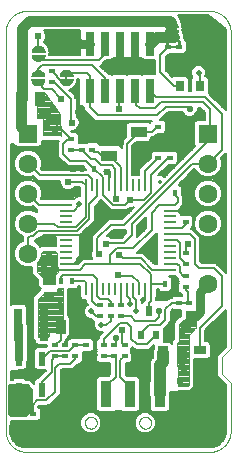
<source format=gtl>
G75*
%MOIN*%
%OFA0B0*%
%FSLAX25Y25*%
%IPPOS*%
%LPD*%
%AMOC8*
5,1,8,0,0,1.08239X$1,22.5*
%
%ADD10C,0.00000*%
%ADD11R,0.01063X0.03937*%
%ADD12R,0.03937X0.01063*%
%ADD13R,0.01181X0.00500*%
%ADD14R,0.00500X0.01181*%
%ADD15R,0.01772X0.02165*%
%ADD16R,0.01772X0.02362*%
%ADD17R,0.02165X0.01772*%
%ADD18R,0.02362X0.01772*%
%ADD19R,0.05315X0.03740*%
%ADD20R,0.02756X0.08268*%
%ADD21R,0.03346X0.04921*%
%ADD22R,0.03346X0.05118*%
%ADD23R,0.01969X0.00787*%
%ADD24C,0.00157*%
%ADD25R,0.02362X0.03150*%
%ADD26R,0.02362X0.03543*%
%ADD27C,0.06299*%
%ADD28R,0.06299X0.06299*%
%ADD29R,0.03740X0.09055*%
%ADD30C,0.06299*%
%ADD31R,0.04331X0.03150*%
%ADD32R,0.01969X0.03150*%
%ADD33C,0.03169*%
%ADD34R,0.02165X0.04724*%
%ADD35R,0.05118X0.03346*%
%ADD36R,0.03150X0.10630*%
%ADD37R,0.03346X0.02756*%
%ADD38R,0.03000X0.03500*%
%ADD39R,0.03150X0.01575*%
%ADD40C,0.00600*%
%ADD41C,0.02000*%
%ADD42C,0.02400*%
%ADD43C,0.01200*%
%ADD44C,0.02200*%
%ADD45C,0.00800*%
%ADD46C,0.02800*%
%ADD47C,0.03000*%
%ADD48C,0.02500*%
%ADD49C,0.00400*%
%ADD50C,0.02000*%
%ADD51C,0.01000*%
%ADD52C,0.01987*%
%ADD53C,0.04000*%
%ADD54C,0.03500*%
D10*
X0009850Y0061313D02*
X0070950Y0061313D01*
X0071119Y0061317D01*
X0071288Y0061326D01*
X0071457Y0061338D01*
X0071625Y0061355D01*
X0071793Y0061376D01*
X0071960Y0061401D01*
X0072127Y0061429D01*
X0072293Y0061462D01*
X0072458Y0061499D01*
X0072622Y0061540D01*
X0072786Y0061585D01*
X0072948Y0061634D01*
X0073108Y0061686D01*
X0073268Y0061743D01*
X0073426Y0061803D01*
X0073582Y0061867D01*
X0073737Y0061935D01*
X0073891Y0062007D01*
X0074042Y0062082D01*
X0074192Y0062161D01*
X0074339Y0062244D01*
X0074485Y0062330D01*
X0074629Y0062419D01*
X0074770Y0062512D01*
X0074909Y0062609D01*
X0075046Y0062708D01*
X0075180Y0062811D01*
X0075311Y0062918D01*
X0075441Y0063027D01*
X0075567Y0063140D01*
X0075691Y0063255D01*
X0075811Y0063373D01*
X0075929Y0063495D01*
X0076044Y0063619D01*
X0076156Y0063746D01*
X0076265Y0063875D01*
X0076371Y0064007D01*
X0076473Y0064142D01*
X0076572Y0064279D01*
X0076668Y0064419D01*
X0076760Y0064560D01*
X0076849Y0064704D01*
X0076935Y0064850D01*
X0077017Y0064998D01*
X0077095Y0065148D01*
X0077170Y0065300D01*
X0077241Y0065454D01*
X0077308Y0065609D01*
X0077371Y0065766D01*
X0077431Y0065924D01*
X0077487Y0066084D01*
X0077539Y0066245D01*
X0077587Y0066407D01*
X0077631Y0066570D01*
X0077671Y0066735D01*
X0077707Y0066900D01*
X0077739Y0067066D01*
X0077767Y0067233D01*
X0077791Y0067400D01*
X0077811Y0067568D01*
X0077827Y0067737D01*
X0077839Y0067906D01*
X0077847Y0068075D01*
X0077851Y0068244D01*
X0077850Y0068413D01*
X0077850Y0084213D01*
X0074850Y0087313D01*
X0074850Y0092813D01*
X0077850Y0095813D01*
X0077850Y0201313D01*
X0077848Y0201482D01*
X0077842Y0201651D01*
X0077832Y0201820D01*
X0077817Y0201989D01*
X0077799Y0202157D01*
X0077777Y0202324D01*
X0077750Y0202491D01*
X0077720Y0202658D01*
X0077685Y0202823D01*
X0077647Y0202988D01*
X0077604Y0203152D01*
X0077558Y0203315D01*
X0077507Y0203476D01*
X0077453Y0203636D01*
X0077395Y0203795D01*
X0077333Y0203953D01*
X0077268Y0204109D01*
X0077198Y0204263D01*
X0077125Y0204415D01*
X0077048Y0204566D01*
X0076968Y0204715D01*
X0076884Y0204862D01*
X0076796Y0205006D01*
X0076705Y0205149D01*
X0076611Y0205289D01*
X0076513Y0205427D01*
X0076412Y0205563D01*
X0076308Y0205696D01*
X0076200Y0205827D01*
X0076090Y0205955D01*
X0075976Y0206080D01*
X0075859Y0206203D01*
X0075740Y0206322D01*
X0075617Y0206439D01*
X0075492Y0206553D01*
X0075364Y0206663D01*
X0075233Y0206771D01*
X0075100Y0206875D01*
X0074964Y0206976D01*
X0074826Y0207074D01*
X0074686Y0207168D01*
X0074543Y0207259D01*
X0074399Y0207347D01*
X0074252Y0207431D01*
X0074103Y0207511D01*
X0073952Y0207588D01*
X0073800Y0207661D01*
X0073646Y0207731D01*
X0073490Y0207796D01*
X0073332Y0207858D01*
X0073173Y0207916D01*
X0073013Y0207970D01*
X0072852Y0208021D01*
X0072689Y0208067D01*
X0072525Y0208110D01*
X0072360Y0208148D01*
X0072195Y0208183D01*
X0072028Y0208213D01*
X0071861Y0208240D01*
X0071694Y0208262D01*
X0071526Y0208280D01*
X0071357Y0208295D01*
X0071188Y0208305D01*
X0071019Y0208311D01*
X0070850Y0208313D01*
X0009850Y0208313D01*
X0009681Y0208311D01*
X0009512Y0208305D01*
X0009343Y0208295D01*
X0009174Y0208280D01*
X0009006Y0208262D01*
X0008839Y0208240D01*
X0008672Y0208213D01*
X0008505Y0208183D01*
X0008340Y0208148D01*
X0008175Y0208110D01*
X0008011Y0208067D01*
X0007848Y0208021D01*
X0007687Y0207970D01*
X0007527Y0207916D01*
X0007368Y0207858D01*
X0007210Y0207796D01*
X0007054Y0207731D01*
X0006900Y0207661D01*
X0006748Y0207588D01*
X0006597Y0207511D01*
X0006448Y0207431D01*
X0006301Y0207347D01*
X0006157Y0207259D01*
X0006014Y0207168D01*
X0005874Y0207074D01*
X0005736Y0206976D01*
X0005600Y0206875D01*
X0005467Y0206771D01*
X0005336Y0206663D01*
X0005208Y0206553D01*
X0005083Y0206439D01*
X0004960Y0206322D01*
X0004841Y0206203D01*
X0004724Y0206080D01*
X0004610Y0205955D01*
X0004500Y0205827D01*
X0004392Y0205696D01*
X0004288Y0205563D01*
X0004187Y0205427D01*
X0004089Y0205289D01*
X0003995Y0205149D01*
X0003904Y0205006D01*
X0003816Y0204862D01*
X0003732Y0204715D01*
X0003652Y0204566D01*
X0003575Y0204415D01*
X0003502Y0204263D01*
X0003432Y0204109D01*
X0003367Y0203953D01*
X0003305Y0203795D01*
X0003247Y0203636D01*
X0003193Y0203476D01*
X0003142Y0203315D01*
X0003096Y0203152D01*
X0003053Y0202988D01*
X0003015Y0202823D01*
X0002980Y0202658D01*
X0002950Y0202491D01*
X0002923Y0202324D01*
X0002901Y0202157D01*
X0002883Y0201989D01*
X0002868Y0201820D01*
X0002858Y0201651D01*
X0002852Y0201482D01*
X0002850Y0201313D01*
X0002850Y0068313D01*
X0002852Y0068144D01*
X0002858Y0067975D01*
X0002868Y0067806D01*
X0002883Y0067637D01*
X0002901Y0067469D01*
X0002923Y0067302D01*
X0002950Y0067135D01*
X0002980Y0066968D01*
X0003015Y0066803D01*
X0003053Y0066638D01*
X0003096Y0066474D01*
X0003142Y0066311D01*
X0003193Y0066150D01*
X0003247Y0065990D01*
X0003305Y0065831D01*
X0003367Y0065673D01*
X0003432Y0065517D01*
X0003502Y0065363D01*
X0003575Y0065211D01*
X0003652Y0065060D01*
X0003732Y0064911D01*
X0003816Y0064764D01*
X0003904Y0064620D01*
X0003995Y0064477D01*
X0004089Y0064337D01*
X0004187Y0064199D01*
X0004288Y0064063D01*
X0004392Y0063930D01*
X0004500Y0063799D01*
X0004610Y0063671D01*
X0004724Y0063546D01*
X0004841Y0063423D01*
X0004960Y0063304D01*
X0005083Y0063187D01*
X0005208Y0063073D01*
X0005336Y0062963D01*
X0005467Y0062855D01*
X0005600Y0062751D01*
X0005736Y0062650D01*
X0005874Y0062552D01*
X0006014Y0062458D01*
X0006157Y0062367D01*
X0006301Y0062279D01*
X0006448Y0062195D01*
X0006597Y0062115D01*
X0006748Y0062038D01*
X0006900Y0061965D01*
X0007054Y0061895D01*
X0007210Y0061830D01*
X0007368Y0061768D01*
X0007527Y0061710D01*
X0007687Y0061656D01*
X0007848Y0061605D01*
X0008011Y0061559D01*
X0008175Y0061516D01*
X0008340Y0061478D01*
X0008505Y0061443D01*
X0008672Y0061413D01*
X0008839Y0061386D01*
X0009006Y0061364D01*
X0009174Y0061346D01*
X0009343Y0061331D01*
X0009512Y0061321D01*
X0009681Y0061315D01*
X0009850Y0061313D01*
X0029290Y0071061D02*
X0029292Y0071149D01*
X0029298Y0071237D01*
X0029308Y0071325D01*
X0029322Y0071413D01*
X0029339Y0071499D01*
X0029361Y0071585D01*
X0029386Y0071669D01*
X0029416Y0071753D01*
X0029448Y0071835D01*
X0029485Y0071915D01*
X0029525Y0071994D01*
X0029569Y0072071D01*
X0029616Y0072146D01*
X0029666Y0072218D01*
X0029720Y0072289D01*
X0029776Y0072356D01*
X0029836Y0072422D01*
X0029898Y0072484D01*
X0029964Y0072544D01*
X0030031Y0072600D01*
X0030102Y0072654D01*
X0030174Y0072704D01*
X0030249Y0072751D01*
X0030326Y0072795D01*
X0030405Y0072835D01*
X0030485Y0072872D01*
X0030567Y0072904D01*
X0030651Y0072934D01*
X0030735Y0072959D01*
X0030821Y0072981D01*
X0030907Y0072998D01*
X0030995Y0073012D01*
X0031083Y0073022D01*
X0031171Y0073028D01*
X0031259Y0073030D01*
X0031347Y0073028D01*
X0031435Y0073022D01*
X0031523Y0073012D01*
X0031611Y0072998D01*
X0031697Y0072981D01*
X0031783Y0072959D01*
X0031867Y0072934D01*
X0031951Y0072904D01*
X0032033Y0072872D01*
X0032113Y0072835D01*
X0032192Y0072795D01*
X0032269Y0072751D01*
X0032344Y0072704D01*
X0032416Y0072654D01*
X0032487Y0072600D01*
X0032554Y0072544D01*
X0032620Y0072484D01*
X0032682Y0072422D01*
X0032742Y0072356D01*
X0032798Y0072289D01*
X0032852Y0072218D01*
X0032902Y0072146D01*
X0032949Y0072071D01*
X0032993Y0071994D01*
X0033033Y0071915D01*
X0033070Y0071835D01*
X0033102Y0071753D01*
X0033132Y0071669D01*
X0033157Y0071585D01*
X0033179Y0071499D01*
X0033196Y0071413D01*
X0033210Y0071325D01*
X0033220Y0071237D01*
X0033226Y0071149D01*
X0033228Y0071061D01*
X0033226Y0070973D01*
X0033220Y0070885D01*
X0033210Y0070797D01*
X0033196Y0070709D01*
X0033179Y0070623D01*
X0033157Y0070537D01*
X0033132Y0070453D01*
X0033102Y0070369D01*
X0033070Y0070287D01*
X0033033Y0070207D01*
X0032993Y0070128D01*
X0032949Y0070051D01*
X0032902Y0069976D01*
X0032852Y0069904D01*
X0032798Y0069833D01*
X0032742Y0069766D01*
X0032682Y0069700D01*
X0032620Y0069638D01*
X0032554Y0069578D01*
X0032487Y0069522D01*
X0032416Y0069468D01*
X0032344Y0069418D01*
X0032269Y0069371D01*
X0032192Y0069327D01*
X0032113Y0069287D01*
X0032033Y0069250D01*
X0031951Y0069218D01*
X0031867Y0069188D01*
X0031783Y0069163D01*
X0031697Y0069141D01*
X0031611Y0069124D01*
X0031523Y0069110D01*
X0031435Y0069100D01*
X0031347Y0069094D01*
X0031259Y0069092D01*
X0031171Y0069094D01*
X0031083Y0069100D01*
X0030995Y0069110D01*
X0030907Y0069124D01*
X0030821Y0069141D01*
X0030735Y0069163D01*
X0030651Y0069188D01*
X0030567Y0069218D01*
X0030485Y0069250D01*
X0030405Y0069287D01*
X0030326Y0069327D01*
X0030249Y0069371D01*
X0030174Y0069418D01*
X0030102Y0069468D01*
X0030031Y0069522D01*
X0029964Y0069578D01*
X0029898Y0069638D01*
X0029836Y0069700D01*
X0029776Y0069766D01*
X0029720Y0069833D01*
X0029666Y0069904D01*
X0029616Y0069976D01*
X0029569Y0070051D01*
X0029525Y0070128D01*
X0029485Y0070207D01*
X0029448Y0070287D01*
X0029416Y0070369D01*
X0029386Y0070453D01*
X0029361Y0070537D01*
X0029339Y0070623D01*
X0029322Y0070709D01*
X0029308Y0070797D01*
X0029298Y0070885D01*
X0029292Y0070973D01*
X0029290Y0071061D01*
X0047401Y0071061D02*
X0047403Y0071149D01*
X0047409Y0071237D01*
X0047419Y0071325D01*
X0047433Y0071413D01*
X0047450Y0071499D01*
X0047472Y0071585D01*
X0047497Y0071669D01*
X0047527Y0071753D01*
X0047559Y0071835D01*
X0047596Y0071915D01*
X0047636Y0071994D01*
X0047680Y0072071D01*
X0047727Y0072146D01*
X0047777Y0072218D01*
X0047831Y0072289D01*
X0047887Y0072356D01*
X0047947Y0072422D01*
X0048009Y0072484D01*
X0048075Y0072544D01*
X0048142Y0072600D01*
X0048213Y0072654D01*
X0048285Y0072704D01*
X0048360Y0072751D01*
X0048437Y0072795D01*
X0048516Y0072835D01*
X0048596Y0072872D01*
X0048678Y0072904D01*
X0048762Y0072934D01*
X0048846Y0072959D01*
X0048932Y0072981D01*
X0049018Y0072998D01*
X0049106Y0073012D01*
X0049194Y0073022D01*
X0049282Y0073028D01*
X0049370Y0073030D01*
X0049458Y0073028D01*
X0049546Y0073022D01*
X0049634Y0073012D01*
X0049722Y0072998D01*
X0049808Y0072981D01*
X0049894Y0072959D01*
X0049978Y0072934D01*
X0050062Y0072904D01*
X0050144Y0072872D01*
X0050224Y0072835D01*
X0050303Y0072795D01*
X0050380Y0072751D01*
X0050455Y0072704D01*
X0050527Y0072654D01*
X0050598Y0072600D01*
X0050665Y0072544D01*
X0050731Y0072484D01*
X0050793Y0072422D01*
X0050853Y0072356D01*
X0050909Y0072289D01*
X0050963Y0072218D01*
X0051013Y0072146D01*
X0051060Y0072071D01*
X0051104Y0071994D01*
X0051144Y0071915D01*
X0051181Y0071835D01*
X0051213Y0071753D01*
X0051243Y0071669D01*
X0051268Y0071585D01*
X0051290Y0071499D01*
X0051307Y0071413D01*
X0051321Y0071325D01*
X0051331Y0071237D01*
X0051337Y0071149D01*
X0051339Y0071061D01*
X0051337Y0070973D01*
X0051331Y0070885D01*
X0051321Y0070797D01*
X0051307Y0070709D01*
X0051290Y0070623D01*
X0051268Y0070537D01*
X0051243Y0070453D01*
X0051213Y0070369D01*
X0051181Y0070287D01*
X0051144Y0070207D01*
X0051104Y0070128D01*
X0051060Y0070051D01*
X0051013Y0069976D01*
X0050963Y0069904D01*
X0050909Y0069833D01*
X0050853Y0069766D01*
X0050793Y0069700D01*
X0050731Y0069638D01*
X0050665Y0069578D01*
X0050598Y0069522D01*
X0050527Y0069468D01*
X0050455Y0069418D01*
X0050380Y0069371D01*
X0050303Y0069327D01*
X0050224Y0069287D01*
X0050144Y0069250D01*
X0050062Y0069218D01*
X0049978Y0069188D01*
X0049894Y0069163D01*
X0049808Y0069141D01*
X0049722Y0069124D01*
X0049634Y0069110D01*
X0049546Y0069100D01*
X0049458Y0069094D01*
X0049370Y0069092D01*
X0049282Y0069094D01*
X0049194Y0069100D01*
X0049106Y0069110D01*
X0049018Y0069124D01*
X0048932Y0069141D01*
X0048846Y0069163D01*
X0048762Y0069188D01*
X0048678Y0069218D01*
X0048596Y0069250D01*
X0048516Y0069287D01*
X0048437Y0069327D01*
X0048360Y0069371D01*
X0048285Y0069418D01*
X0048213Y0069468D01*
X0048142Y0069522D01*
X0048075Y0069578D01*
X0048009Y0069638D01*
X0047947Y0069700D01*
X0047887Y0069766D01*
X0047831Y0069833D01*
X0047777Y0069904D01*
X0047727Y0069976D01*
X0047680Y0070051D01*
X0047636Y0070128D01*
X0047596Y0070207D01*
X0047559Y0070287D01*
X0047527Y0070369D01*
X0047497Y0070453D01*
X0047472Y0070537D01*
X0047450Y0070623D01*
X0047433Y0070709D01*
X0047419Y0070797D01*
X0047409Y0070885D01*
X0047403Y0070973D01*
X0047401Y0071061D01*
D11*
X0047240Y0115596D03*
X0045271Y0115596D03*
X0043303Y0115596D03*
X0041334Y0115596D03*
X0039366Y0115596D03*
X0037397Y0115596D03*
X0035429Y0115596D03*
X0033460Y0115596D03*
X0031492Y0115596D03*
X0029523Y0115596D03*
X0029523Y0150242D03*
X0031492Y0150242D03*
X0033460Y0150242D03*
X0035429Y0150242D03*
X0037397Y0150242D03*
X0039366Y0150242D03*
X0041334Y0150242D03*
X0043303Y0150242D03*
X0045271Y0150242D03*
X0047240Y0150242D03*
X0049208Y0150242D03*
X0051177Y0150242D03*
X0051177Y0115596D03*
X0049208Y0115596D03*
D12*
X0057673Y0122093D03*
X0057673Y0124061D03*
X0057673Y0126030D03*
X0057673Y0127998D03*
X0057673Y0129967D03*
X0057673Y0131935D03*
X0057673Y0133904D03*
X0057673Y0135872D03*
X0057673Y0137841D03*
X0057673Y0139809D03*
X0057673Y0141778D03*
X0057673Y0143746D03*
X0023027Y0143746D03*
X0023027Y0141778D03*
X0023027Y0139809D03*
X0023027Y0137841D03*
X0023027Y0131935D03*
X0023027Y0129967D03*
X0023027Y0127998D03*
X0023027Y0126030D03*
X0023027Y0124061D03*
X0023027Y0122093D03*
D13*
X0054278Y0151400D03*
D14*
X0054264Y0151393D03*
D15*
X0024996Y0118370D03*
X0021295Y0118370D03*
D16*
X0021100Y0114913D03*
X0021067Y0111435D03*
X0021200Y0108013D03*
X0024768Y0111435D03*
X0024800Y0114913D03*
X0024900Y0108013D03*
X0028442Y0155619D03*
X0032143Y0155619D03*
X0055875Y0117443D03*
X0059576Y0117443D03*
X0058000Y0100213D03*
X0061700Y0100213D03*
X0062844Y0147786D03*
X0059143Y0147786D03*
D17*
X0062857Y0141733D03*
X0062857Y0138032D03*
X0062952Y0127646D03*
X0062952Y0123945D03*
X0063020Y0119915D03*
X0063020Y0116214D03*
X0063941Y0111012D03*
X0063941Y0107311D03*
X0060496Y0107300D03*
X0060496Y0111000D03*
X0042489Y0096995D03*
X0042489Y0093294D03*
X0039071Y0093349D03*
X0039071Y0097050D03*
X0035548Y0096997D03*
X0035548Y0093296D03*
X0034422Y0106526D03*
X0034422Y0110226D03*
X0037952Y0110226D03*
X0037952Y0106526D03*
X0041333Y0106526D03*
X0041333Y0110226D03*
X0025950Y0096863D03*
X0025950Y0093163D03*
X0022650Y0093263D03*
X0022650Y0096963D03*
X0019350Y0096963D03*
X0019350Y0093263D03*
X0024681Y0162020D03*
X0024681Y0165721D03*
X0018177Y0184642D03*
X0018177Y0188343D03*
X0053732Y0163021D03*
X0053732Y0159320D03*
D18*
X0053732Y0165994D03*
X0053732Y0169695D03*
X0057693Y0163021D03*
X0057693Y0159320D03*
X0057026Y0192719D03*
X0057026Y0196419D03*
X0060488Y0196444D03*
X0060488Y0192744D03*
X0031673Y0165818D03*
X0031673Y0162117D03*
X0028228Y0162020D03*
X0028228Y0165721D03*
X0017442Y0130803D03*
X0017442Y0127102D03*
X0029650Y0096863D03*
X0029650Y0093163D03*
X0011850Y0073963D03*
X0011850Y0070263D03*
D19*
X0037448Y0160104D03*
X0037448Y0167978D03*
X0047291Y0167978D03*
X0047291Y0160104D03*
D20*
X0045850Y0181711D03*
X0050850Y0181711D03*
X0050850Y0197459D03*
X0045850Y0197459D03*
X0040850Y0197459D03*
X0035850Y0197459D03*
X0030850Y0197459D03*
X0030850Y0181711D03*
X0035850Y0181711D03*
X0040850Y0181711D03*
D21*
X0014400Y0178913D03*
X0008100Y0178913D03*
X0055337Y0094144D03*
X0061636Y0094144D03*
D22*
X0027680Y0102930D03*
X0021184Y0102930D03*
D23*
X0022982Y0185235D03*
X0022982Y0186889D03*
X0013678Y0193422D03*
X0013678Y0195075D03*
X0013626Y0186846D03*
X0013626Y0185193D03*
X0058050Y0201586D03*
X0058050Y0203240D03*
D24*
X0058207Y0204933D02*
X0058654Y0204882D01*
X0059079Y0204734D01*
X0059459Y0204495D01*
X0059777Y0204177D01*
X0060017Y0203796D01*
X0060165Y0203372D01*
X0060215Y0202925D01*
X0055885Y0202925D01*
X0055935Y0203372D01*
X0056083Y0203796D01*
X0056323Y0204177D01*
X0056641Y0204495D01*
X0057021Y0204734D01*
X0057446Y0204882D01*
X0057893Y0204933D01*
X0058050Y0204963D01*
X0058207Y0204933D01*
X0058100Y0204953D02*
X0058000Y0204953D01*
X0057203Y0204797D02*
X0058897Y0204797D01*
X0059226Y0204641D02*
X0056874Y0204641D01*
X0056631Y0204485D02*
X0059469Y0204485D01*
X0059625Y0204329D02*
X0056475Y0204329D01*
X0056321Y0204173D02*
X0059779Y0204173D01*
X0059877Y0204017D02*
X0056223Y0204017D01*
X0056125Y0203861D02*
X0059975Y0203861D01*
X0060048Y0203705D02*
X0056052Y0203705D01*
X0055997Y0203549D02*
X0060103Y0203549D01*
X0060157Y0203393D02*
X0055943Y0203393D01*
X0055920Y0203237D02*
X0060180Y0203237D01*
X0060198Y0203081D02*
X0055902Y0203081D01*
X0055885Y0202926D02*
X0060215Y0202926D01*
X0060215Y0201901D02*
X0060178Y0201486D01*
X0060055Y0201087D01*
X0059854Y0200722D01*
X0059581Y0200406D01*
X0059249Y0200153D01*
X0058873Y0199973D01*
X0058467Y0199875D01*
X0058050Y0199863D01*
X0057600Y0199877D01*
X0057165Y0199991D01*
X0056766Y0200199D01*
X0056423Y0200491D01*
X0056153Y0200851D01*
X0055971Y0201263D01*
X0055885Y0201704D01*
X0055885Y0201901D01*
X0060215Y0201901D01*
X0060209Y0201834D02*
X0055885Y0201834D01*
X0055890Y0201678D02*
X0060195Y0201678D01*
X0060181Y0201522D02*
X0055920Y0201522D01*
X0055951Y0201366D02*
X0060141Y0201366D01*
X0060093Y0201210D02*
X0055994Y0201210D01*
X0056064Y0201054D02*
X0060037Y0201054D01*
X0059951Y0200898D02*
X0056133Y0200898D01*
X0056235Y0200742D02*
X0059865Y0200742D01*
X0059736Y0200586D02*
X0056352Y0200586D01*
X0056494Y0200430D02*
X0059602Y0200430D01*
X0059408Y0200274D02*
X0056678Y0200274D01*
X0056922Y0200118D02*
X0059175Y0200118D01*
X0058824Y0199962D02*
X0057277Y0199962D01*
X0025061Y0187212D02*
X0024879Y0187624D01*
X0024610Y0187984D01*
X0024267Y0188276D01*
X0023868Y0188484D01*
X0023432Y0188598D01*
X0022982Y0188612D01*
X0022565Y0188599D01*
X0022160Y0188501D01*
X0021783Y0188322D01*
X0021451Y0188069D01*
X0021179Y0187753D01*
X0020977Y0187388D01*
X0020855Y0186989D01*
X0020817Y0186574D01*
X0025148Y0186574D01*
X0025148Y0186770D01*
X0025061Y0187212D01*
X0025070Y0187170D02*
X0020910Y0187170D01*
X0020862Y0187014D02*
X0025100Y0187014D01*
X0025130Y0186858D02*
X0020843Y0186858D01*
X0020829Y0186702D02*
X0025148Y0186702D01*
X0025011Y0187326D02*
X0020958Y0187326D01*
X0021029Y0187482D02*
X0024942Y0187482D01*
X0024868Y0187638D02*
X0021115Y0187638D01*
X0021214Y0187794D02*
X0024751Y0187794D01*
X0024635Y0187950D02*
X0021349Y0187950D01*
X0021500Y0188106D02*
X0024466Y0188106D01*
X0024283Y0188262D02*
X0021705Y0188262D01*
X0021985Y0188418D02*
X0023993Y0188418D01*
X0023521Y0188574D02*
X0022462Y0188574D01*
X0020817Y0185550D02*
X0020867Y0185103D01*
X0021016Y0184679D01*
X0021255Y0184298D01*
X0021573Y0183980D01*
X0021954Y0183741D01*
X0022378Y0183592D01*
X0022825Y0183542D01*
X0022982Y0183512D01*
X0023140Y0183542D01*
X0023587Y0183592D01*
X0024011Y0183741D01*
X0024392Y0183980D01*
X0024710Y0184298D01*
X0024949Y0184679D01*
X0025097Y0185103D01*
X0025148Y0185550D01*
X0020817Y0185550D01*
X0020828Y0185454D02*
X0025137Y0185454D01*
X0025119Y0185298D02*
X0020845Y0185298D01*
X0020863Y0185142D02*
X0025102Y0185142D01*
X0025056Y0184986D02*
X0020908Y0184986D01*
X0020963Y0184830D02*
X0025002Y0184830D01*
X0024946Y0184674D02*
X0021019Y0184674D01*
X0021117Y0184518D02*
X0024848Y0184518D01*
X0024750Y0184362D02*
X0021215Y0184362D01*
X0021347Y0184207D02*
X0024618Y0184207D01*
X0024462Y0184051D02*
X0021503Y0184051D01*
X0021709Y0183895D02*
X0024255Y0183895D01*
X0024004Y0183739D02*
X0021961Y0183739D01*
X0022466Y0183583D02*
X0023498Y0183583D01*
X0015753Y0185092D02*
X0015791Y0185507D01*
X0011460Y0185507D01*
X0011460Y0185311D01*
X0011547Y0184869D01*
X0011729Y0184457D01*
X0011998Y0184097D01*
X0012341Y0183805D01*
X0012740Y0183597D01*
X0013176Y0183483D01*
X0013626Y0183469D01*
X0014043Y0183482D01*
X0014448Y0183580D01*
X0014825Y0183759D01*
X0015157Y0184012D01*
X0015429Y0184328D01*
X0015631Y0184693D01*
X0015753Y0185092D01*
X0015758Y0185142D02*
X0011493Y0185142D01*
X0011524Y0184986D02*
X0015721Y0184986D01*
X0015673Y0184830D02*
X0011564Y0184830D01*
X0011633Y0184674D02*
X0015621Y0184674D01*
X0015534Y0184518D02*
X0011702Y0184518D01*
X0011800Y0184362D02*
X0015448Y0184362D01*
X0015324Y0184207D02*
X0011916Y0184207D01*
X0012053Y0184051D02*
X0015190Y0184051D01*
X0015002Y0183895D02*
X0012236Y0183895D01*
X0012469Y0183739D02*
X0014782Y0183739D01*
X0014454Y0183583D02*
X0012797Y0183583D01*
X0011463Y0185298D02*
X0015772Y0185298D01*
X0015786Y0185454D02*
X0011460Y0185454D01*
X0011460Y0186531D02*
X0011511Y0186978D01*
X0011659Y0187402D01*
X0011898Y0187783D01*
X0012216Y0188101D01*
X0012597Y0188340D01*
X0013021Y0188489D01*
X0013468Y0188539D01*
X0013626Y0188569D01*
X0013783Y0188539D01*
X0014230Y0188489D01*
X0014654Y0188340D01*
X0015035Y0188101D01*
X0015353Y0187783D01*
X0015592Y0187402D01*
X0015741Y0186978D01*
X0015791Y0186531D01*
X0011460Y0186531D01*
X0011462Y0186546D02*
X0015789Y0186546D01*
X0015772Y0186702D02*
X0011480Y0186702D01*
X0011497Y0186858D02*
X0015754Y0186858D01*
X0015728Y0187014D02*
X0011523Y0187014D01*
X0011578Y0187170D02*
X0015673Y0187170D01*
X0015619Y0187326D02*
X0011633Y0187326D01*
X0011709Y0187482D02*
X0015542Y0187482D01*
X0015444Y0187638D02*
X0011807Y0187638D01*
X0011910Y0187794D02*
X0015342Y0187794D01*
X0015186Y0187950D02*
X0012066Y0187950D01*
X0012225Y0188106D02*
X0015026Y0188106D01*
X0014778Y0188262D02*
X0012473Y0188262D01*
X0012820Y0188418D02*
X0014431Y0188418D01*
X0014095Y0191711D02*
X0014500Y0191809D01*
X0014877Y0191988D01*
X0015209Y0192241D01*
X0015481Y0192557D01*
X0015683Y0192922D01*
X0015805Y0193321D01*
X0015843Y0193737D01*
X0011512Y0193737D01*
X0011512Y0193540D01*
X0011598Y0193098D01*
X0015737Y0193098D01*
X0015785Y0193254D02*
X0011568Y0193254D01*
X0011598Y0193098D02*
X0011781Y0192687D01*
X0012050Y0192326D01*
X0012393Y0192034D01*
X0012792Y0191827D01*
X0013228Y0191713D01*
X0013678Y0191698D01*
X0014095Y0191711D01*
X0014587Y0191850D02*
X0012747Y0191850D01*
X0012448Y0192006D02*
X0014900Y0192006D01*
X0015105Y0192162D02*
X0012243Y0192162D01*
X0012060Y0192318D02*
X0015275Y0192318D01*
X0015409Y0192474D02*
X0011940Y0192474D01*
X0011823Y0192630D02*
X0015521Y0192630D01*
X0015608Y0192786D02*
X0011737Y0192786D01*
X0011668Y0192942D02*
X0015689Y0192942D01*
X0015813Y0193410D02*
X0011538Y0193410D01*
X0011512Y0193566D02*
X0015827Y0193566D01*
X0015842Y0193722D02*
X0011512Y0193722D01*
X0011512Y0194760D02*
X0011563Y0195207D01*
X0011711Y0195631D01*
X0011950Y0196012D01*
X0012268Y0196330D01*
X0012649Y0196569D01*
X0013073Y0196718D01*
X0013520Y0196768D01*
X0013678Y0196798D01*
X0013835Y0196768D01*
X0014282Y0196718D01*
X0014706Y0196569D01*
X0015087Y0196330D01*
X0015405Y0196012D01*
X0015644Y0195631D01*
X0015793Y0195207D01*
X0015843Y0194760D01*
X0011512Y0194760D01*
X0011518Y0194814D02*
X0015837Y0194814D01*
X0015819Y0194970D02*
X0011536Y0194970D01*
X0011553Y0195126D02*
X0015802Y0195126D01*
X0015766Y0195282D02*
X0011589Y0195282D01*
X0011643Y0195438D02*
X0015712Y0195438D01*
X0015657Y0195594D02*
X0011698Y0195594D01*
X0011785Y0195750D02*
X0015570Y0195750D01*
X0015472Y0195906D02*
X0011883Y0195906D01*
X0012000Y0196062D02*
X0015355Y0196062D01*
X0015199Y0196218D02*
X0012156Y0196218D01*
X0012338Y0196374D02*
X0015017Y0196374D01*
X0014769Y0196530D02*
X0012586Y0196530D01*
X0012982Y0196686D02*
X0014373Y0196686D01*
D25*
X0047922Y0100306D03*
X0053041Y0100306D03*
D26*
X0050481Y0108180D03*
D27*
X0070350Y0117467D03*
X0070350Y0127467D03*
X0070350Y0137467D03*
X0070350Y0147467D03*
X0070350Y0157467D03*
X0010350Y0157467D03*
X0010350Y0147467D03*
X0010350Y0137467D03*
X0010350Y0127467D03*
X0010350Y0117467D03*
D28*
X0010350Y0167467D03*
X0070350Y0167467D03*
D29*
X0054291Y0080510D03*
X0044252Y0080510D03*
X0036378Y0080510D03*
X0026338Y0080510D03*
D30*
X0017283Y0074211D02*
X0017283Y0067911D01*
X0063346Y0067911D02*
X0063346Y0074211D01*
D31*
X0067626Y0084380D03*
X0067626Y0095246D03*
D32*
X0075303Y0097490D03*
X0075303Y0082136D03*
D33*
X0072350Y0082431D03*
X0072350Y0097195D03*
D34*
X0014890Y0092331D03*
X0011150Y0092331D03*
X0007410Y0092331D03*
X0007410Y0082095D03*
X0014890Y0082095D03*
D35*
X0007250Y0074863D03*
X0007250Y0068367D03*
D36*
X0007019Y0103713D03*
X0015681Y0103713D03*
D37*
X0017350Y0113354D03*
X0017350Y0118472D03*
D38*
X0060904Y0183413D03*
X0067596Y0183413D03*
D39*
X0058050Y0202413D03*
D40*
X0061073Y0205790D02*
X0060864Y0206345D01*
X0060826Y0206385D01*
X0060805Y0206437D01*
X0060429Y0206813D01*
X0070550Y0206813D01*
X0070950Y0206413D01*
X0071250Y0206413D01*
X0076268Y0202148D01*
X0076350Y0201313D01*
X0076350Y0175159D01*
X0075645Y0175863D01*
X0071050Y0180459D01*
X0070532Y0180977D01*
X0070596Y0181042D01*
X0070596Y0185784D01*
X0069718Y0186663D01*
X0069414Y0186663D01*
X0069644Y0187217D01*
X0069644Y0188209D01*
X0069264Y0189126D01*
X0068563Y0189827D01*
X0067646Y0190207D01*
X0066654Y0190207D01*
X0065737Y0189827D01*
X0065036Y0189126D01*
X0064656Y0188209D01*
X0064656Y0187217D01*
X0065036Y0186300D01*
X0065074Y0186262D01*
X0064596Y0185784D01*
X0064596Y0181513D01*
X0063904Y0181513D01*
X0063904Y0185784D01*
X0063025Y0186663D01*
X0058782Y0186663D01*
X0058464Y0186345D01*
X0056150Y0188659D01*
X0056150Y0192997D01*
X0057186Y0194033D01*
X0058829Y0194033D01*
X0058854Y0194059D01*
X0062290Y0194059D01*
X0063169Y0194937D01*
X0063169Y0197952D01*
X0062488Y0198633D01*
X0062488Y0199066D01*
X0062300Y0199254D01*
X0062300Y0200322D01*
X0061824Y0201470D01*
X0061879Y0201648D01*
X0061794Y0201808D01*
X0061794Y0201830D01*
X0061847Y0202410D01*
X0061835Y0202424D01*
X0061857Y0202452D01*
X0061794Y0203014D01*
X0061794Y0203116D01*
X0061871Y0203276D01*
X0061794Y0203496D01*
X0061794Y0203579D01*
X0061750Y0203623D01*
X0061714Y0203725D01*
X0061683Y0204002D01*
X0061701Y0204082D01*
X0061668Y0204136D01*
X0061661Y0204198D01*
X0061596Y0204250D01*
X0061448Y0204485D01*
X0061356Y0204748D01*
X0061356Y0204831D01*
X0061311Y0204875D01*
X0061311Y0204876D01*
X0061320Y0205134D01*
X0061300Y0205186D01*
X0061300Y0205242D01*
X0061073Y0205790D01*
X0061086Y0205759D02*
X0072020Y0205759D01*
X0071316Y0206357D02*
X0060853Y0206357D01*
X0061310Y0205160D02*
X0072724Y0205160D01*
X0073428Y0204562D02*
X0061421Y0204562D01*
X0061687Y0203963D02*
X0074132Y0203963D01*
X0074836Y0203365D02*
X0061840Y0203365D01*
X0061822Y0202766D02*
X0075540Y0202766D01*
X0076245Y0202168D02*
X0061825Y0202168D01*
X0061855Y0201569D02*
X0076325Y0201569D01*
X0076350Y0200971D02*
X0062031Y0200971D01*
X0062279Y0200372D02*
X0076350Y0200372D01*
X0076350Y0199774D02*
X0062300Y0199774D01*
X0062379Y0199175D02*
X0076350Y0199175D01*
X0076350Y0198577D02*
X0062544Y0198577D01*
X0063142Y0197978D02*
X0076350Y0197978D01*
X0076350Y0197380D02*
X0063169Y0197380D01*
X0063169Y0196781D02*
X0076350Y0196781D01*
X0076350Y0196183D02*
X0063169Y0196183D01*
X0063169Y0195584D02*
X0076350Y0195584D01*
X0076350Y0194985D02*
X0063169Y0194985D01*
X0062619Y0194387D02*
X0076350Y0194387D01*
X0076350Y0193788D02*
X0056941Y0193788D01*
X0056343Y0193190D02*
X0076350Y0193190D01*
X0076350Y0192591D02*
X0056150Y0192591D01*
X0056150Y0191993D02*
X0076350Y0191993D01*
X0076350Y0191394D02*
X0056150Y0191394D01*
X0056150Y0190796D02*
X0076350Y0190796D01*
X0076350Y0190197D02*
X0067668Y0190197D01*
X0066632Y0190197D02*
X0056150Y0190197D01*
X0056150Y0189599D02*
X0065509Y0189599D01*
X0064984Y0189000D02*
X0056150Y0189000D01*
X0056407Y0188402D02*
X0064736Y0188402D01*
X0064656Y0187803D02*
X0057005Y0187803D01*
X0057604Y0187205D02*
X0064661Y0187205D01*
X0064909Y0186606D02*
X0063082Y0186606D01*
X0063680Y0186008D02*
X0064820Y0186008D01*
X0064596Y0185409D02*
X0063904Y0185409D01*
X0063904Y0184811D02*
X0064596Y0184811D01*
X0064596Y0184212D02*
X0063904Y0184212D01*
X0063904Y0183614D02*
X0064596Y0183614D01*
X0064596Y0183015D02*
X0063904Y0183015D01*
X0063904Y0182417D02*
X0064596Y0182417D01*
X0064596Y0181818D02*
X0063904Y0181818D01*
X0063550Y0176313D02*
X0056150Y0176313D01*
X0053350Y0173513D01*
X0033550Y0173513D01*
X0030850Y0176213D01*
X0030850Y0181711D01*
X0030850Y0186713D01*
X0030050Y0187513D01*
X0023607Y0187513D01*
X0022982Y0186889D01*
X0022982Y0185235D01*
X0020825Y0185235D01*
X0019824Y0186237D01*
X0019824Y0186696D01*
X0018177Y0188343D01*
X0018177Y0184642D02*
X0018921Y0184642D01*
X0024750Y0178813D01*
X0024750Y0171113D01*
X0024850Y0171013D01*
X0024635Y0168313D02*
X0025387Y0168313D01*
X0026379Y0168724D01*
X0027139Y0169484D01*
X0027550Y0170476D01*
X0027550Y0171550D01*
X0027139Y0172542D01*
X0026550Y0173131D01*
X0026550Y0179559D01*
X0025496Y0180613D01*
X0024052Y0182056D01*
X0024216Y0182075D01*
X0024297Y0182056D01*
X0024351Y0182090D01*
X0024413Y0182097D01*
X0024465Y0182162D01*
X0024700Y0182310D01*
X0024963Y0182401D01*
X0025046Y0182401D01*
X0025090Y0182446D01*
X0025150Y0182467D01*
X0025185Y0182541D01*
X0025382Y0182738D01*
X0025618Y0182886D01*
X0025698Y0182904D01*
X0025732Y0182958D01*
X0025785Y0182991D01*
X0025804Y0183072D01*
X0025952Y0183308D01*
X0026148Y0183504D01*
X0026223Y0183540D01*
X0026244Y0183600D01*
X0026288Y0183644D01*
X0026288Y0183727D01*
X0026380Y0183989D01*
X0026528Y0184225D01*
X0026593Y0184277D01*
X0026600Y0184339D01*
X0026633Y0184393D01*
X0026615Y0184473D01*
X0026646Y0184750D01*
X0026682Y0184852D01*
X0026726Y0184896D01*
X0026726Y0184979D01*
X0026803Y0185199D01*
X0026726Y0185359D01*
X0026726Y0185461D01*
X0026755Y0185713D01*
X0027350Y0185713D01*
X0027350Y0177420D01*
X0027350Y0177006D01*
X0027643Y0176713D01*
X0028214Y0176713D01*
X0028851Y0176077D01*
X0029050Y0176077D01*
X0029050Y0175467D01*
X0030104Y0174413D01*
X0031750Y0172767D01*
X0032804Y0171713D01*
X0051562Y0171713D01*
X0051051Y0171202D01*
X0051051Y0170867D01*
X0050570Y0171348D01*
X0044012Y0171348D01*
X0043133Y0170470D01*
X0043133Y0166366D01*
X0041503Y0164736D01*
X0041503Y0162699D01*
X0040727Y0163474D01*
X0034354Y0163474D01*
X0034354Y0163624D01*
X0033475Y0164503D01*
X0029870Y0164503D01*
X0029774Y0164406D01*
X0027264Y0164406D01*
X0027264Y0167228D01*
X0026385Y0168107D01*
X0024841Y0168107D01*
X0024635Y0168313D01*
X0024681Y0165721D02*
X0023758Y0165721D01*
X0022050Y0164013D01*
X0022050Y0160513D01*
X0024275Y0158288D01*
X0029475Y0158288D01*
X0032143Y0155619D01*
X0035429Y0152833D01*
X0035429Y0150242D01*
X0035429Y0146964D01*
X0038780Y0143613D01*
X0042650Y0143613D01*
X0044350Y0145313D01*
X0048850Y0145313D01*
X0051177Y0147640D01*
X0051177Y0150242D01*
X0051177Y0153489D01*
X0057007Y0159320D01*
X0057693Y0159320D01*
X0057693Y0163021D02*
X0057693Y0164632D01*
X0056750Y0165575D01*
X0056750Y0166013D01*
X0056731Y0165994D01*
X0053732Y0165994D01*
X0053732Y0163021D01*
X0050207Y0163021D01*
X0047291Y0160104D01*
X0045103Y0160272D02*
X0051149Y0160272D01*
X0051149Y0160827D02*
X0051149Y0159373D01*
X0050836Y0159060D01*
X0048492Y0156845D01*
X0048463Y0156845D01*
X0047953Y0156336D01*
X0047430Y0155841D01*
X0047429Y0155812D01*
X0047408Y0155791D01*
X0047408Y0155071D01*
X0047388Y0154351D01*
X0047408Y0154329D01*
X0047408Y0153711D01*
X0045103Y0153711D01*
X0045103Y0163245D01*
X0046466Y0164608D01*
X0050570Y0164608D01*
X0051448Y0165487D01*
X0051448Y0166178D01*
X0052261Y0166178D01*
X0053315Y0167233D01*
X0053392Y0167309D01*
X0055534Y0167309D01*
X0056413Y0168188D01*
X0056413Y0171202D01*
X0055534Y0172081D01*
X0054463Y0172081D01*
X0056896Y0174513D01*
X0061891Y0174513D01*
X0062046Y0174140D01*
X0062777Y0173409D01*
X0063733Y0173013D01*
X0064767Y0173013D01*
X0065723Y0173409D01*
X0066454Y0174140D01*
X0066850Y0175096D01*
X0066850Y0176113D01*
X0067804Y0176113D01*
X0069150Y0174767D01*
X0069150Y0172117D01*
X0066579Y0172117D01*
X0065700Y0171238D01*
X0065700Y0163696D01*
X0066094Y0163303D01*
X0055715Y0152924D01*
X0055489Y0153150D01*
X0055470Y0153150D01*
X0055135Y0153484D01*
X0053717Y0153484D01*
X0057167Y0156934D01*
X0059496Y0156934D01*
X0060374Y0157813D01*
X0060374Y0160827D01*
X0059496Y0161706D01*
X0055891Y0161706D01*
X0055663Y0161478D01*
X0055436Y0161706D01*
X0052028Y0161706D01*
X0051149Y0160827D01*
X0051192Y0160870D02*
X0045103Y0160870D01*
X0045103Y0161469D02*
X0051791Y0161469D01*
X0051149Y0159673D02*
X0045103Y0159673D01*
X0045103Y0159075D02*
X0050851Y0159075D01*
X0050218Y0158476D02*
X0045103Y0158476D01*
X0045103Y0157878D02*
X0049585Y0157878D01*
X0048952Y0157279D02*
X0045103Y0157279D01*
X0045103Y0156681D02*
X0048298Y0156681D01*
X0047685Y0156082D02*
X0045103Y0156082D01*
X0045103Y0155484D02*
X0047408Y0155484D01*
X0047403Y0154885D02*
X0045103Y0154885D01*
X0045103Y0154287D02*
X0047408Y0154287D01*
X0049208Y0155045D02*
X0049208Y0150242D01*
X0049208Y0155045D02*
X0052091Y0157770D01*
X0053642Y0159320D01*
X0053732Y0159320D01*
X0055717Y0155484D02*
X0058275Y0155484D01*
X0058874Y0156082D02*
X0056315Y0156082D01*
X0056914Y0156681D02*
X0059472Y0156681D01*
X0059841Y0157279D02*
X0060071Y0157279D01*
X0060374Y0157878D02*
X0060669Y0157878D01*
X0060374Y0158476D02*
X0061268Y0158476D01*
X0061866Y0159075D02*
X0060374Y0159075D01*
X0060374Y0159673D02*
X0062465Y0159673D01*
X0063063Y0160272D02*
X0060374Y0160272D01*
X0060331Y0160870D02*
X0063662Y0160870D01*
X0064260Y0161469D02*
X0059733Y0161469D01*
X0057677Y0154885D02*
X0055118Y0154885D01*
X0054520Y0154287D02*
X0057078Y0154287D01*
X0056480Y0153688D02*
X0053921Y0153688D01*
X0055549Y0153090D02*
X0055881Y0153090D01*
X0059143Y0147786D02*
X0059143Y0146820D01*
X0060150Y0145813D01*
X0060150Y0144513D01*
X0059383Y0143746D01*
X0057673Y0143746D01*
X0057440Y0143513D01*
X0053950Y0143513D01*
X0051550Y0141113D01*
X0051550Y0135313D01*
X0045450Y0129213D01*
X0039880Y0129213D01*
X0037650Y0126983D01*
X0037650Y0123913D01*
X0047750Y0123913D01*
X0051177Y0120486D01*
X0051177Y0115596D01*
X0051177Y0111653D01*
X0050481Y0110957D01*
X0050481Y0108180D01*
X0048241Y0111013D02*
X0048241Y0112128D01*
X0048393Y0112128D01*
X0049208Y0112944D01*
X0049377Y0112775D01*
X0049377Y0112398D01*
X0048681Y0111703D01*
X0048681Y0111452D01*
X0048679Y0111452D01*
X0048241Y0111013D01*
X0048241Y0111194D02*
X0048421Y0111194D01*
X0048241Y0111792D02*
X0048771Y0111792D01*
X0048650Y0111813D02*
X0049208Y0112371D01*
X0049208Y0115596D01*
X0051177Y0115596D02*
X0051177Y0116813D01*
X0051752Y0117388D01*
X0055875Y0117443D01*
X0053746Y0115383D02*
X0053208Y0115383D01*
X0053208Y0115607D02*
X0053519Y0115611D01*
X0054368Y0114762D01*
X0057382Y0114762D01*
X0058261Y0115640D01*
X0058261Y0119245D01*
X0057445Y0120061D01*
X0059428Y0120061D01*
X0060104Y0119385D01*
X0060437Y0119052D01*
X0060437Y0118407D01*
X0060781Y0118064D01*
X0060437Y0117721D01*
X0060437Y0114707D01*
X0061316Y0113828D01*
X0061741Y0113828D01*
X0061741Y0113386D01*
X0058792Y0113386D01*
X0058207Y0112800D01*
X0057492Y0112800D01*
X0056601Y0111910D01*
X0056599Y0111913D01*
X0052977Y0111913D01*
X0052977Y0112775D01*
X0053208Y0113007D01*
X0053208Y0115607D01*
X0053208Y0114785D02*
X0054345Y0114785D01*
X0053208Y0114186D02*
X0060958Y0114186D01*
X0060437Y0114785D02*
X0057405Y0114785D01*
X0058004Y0115383D02*
X0060437Y0115383D01*
X0060437Y0115982D02*
X0058261Y0115982D01*
X0058261Y0116580D02*
X0060437Y0116580D01*
X0060437Y0117179D02*
X0058261Y0117179D01*
X0058261Y0117778D02*
X0060494Y0117778D01*
X0060469Y0118376D02*
X0058261Y0118376D01*
X0058261Y0118975D02*
X0060437Y0118975D01*
X0059916Y0119573D02*
X0057933Y0119573D01*
X0057673Y0122093D02*
X0051770Y0122093D01*
X0047950Y0125913D01*
X0041950Y0125913D01*
X0040750Y0127113D01*
X0042250Y0130913D02*
X0044874Y0133537D01*
X0044874Y0137389D01*
X0064951Y0157467D01*
X0070350Y0157467D01*
X0074900Y0162017D01*
X0074900Y0174063D01*
X0069250Y0179713D01*
X0052848Y0179713D01*
X0050850Y0181711D01*
X0054750Y0177913D02*
X0052750Y0175913D01*
X0047550Y0175913D01*
X0046350Y0177113D01*
X0046350Y0181211D01*
X0045850Y0181711D01*
X0048350Y0186844D02*
X0047849Y0187344D01*
X0043851Y0187344D01*
X0043350Y0186844D01*
X0042849Y0187344D01*
X0038851Y0187344D01*
X0038350Y0186844D01*
X0037849Y0187344D01*
X0037164Y0187344D01*
X0034396Y0190113D01*
X0034696Y0190113D01*
X0035750Y0191167D01*
X0036407Y0191825D01*
X0037849Y0191825D01*
X0038637Y0192613D01*
X0048063Y0192613D01*
X0048851Y0191825D01*
X0052550Y0191825D01*
X0052550Y0187344D01*
X0048851Y0187344D01*
X0048350Y0186844D01*
X0047989Y0187205D02*
X0048711Y0187205D01*
X0048683Y0191993D02*
X0038017Y0191993D01*
X0038616Y0192591D02*
X0048084Y0192591D01*
X0043711Y0187205D02*
X0042989Y0187205D01*
X0040850Y0181711D02*
X0040850Y0177911D01*
X0040550Y0177611D01*
X0040550Y0175713D01*
X0043133Y0170447D02*
X0027538Y0170447D01*
X0027550Y0171045D02*
X0043709Y0171045D01*
X0043133Y0169848D02*
X0027290Y0169848D01*
X0026905Y0169249D02*
X0043133Y0169249D01*
X0043133Y0168651D02*
X0026203Y0168651D01*
X0026440Y0168052D02*
X0043133Y0168052D01*
X0043133Y0167454D02*
X0027038Y0167454D01*
X0027264Y0166855D02*
X0043133Y0166855D01*
X0043024Y0166257D02*
X0027264Y0166257D01*
X0027264Y0165658D02*
X0042425Y0165658D01*
X0041827Y0165060D02*
X0027264Y0165060D01*
X0027264Y0164461D02*
X0029829Y0164461D01*
X0028228Y0165721D02*
X0029550Y0167043D01*
X0029550Y0168413D01*
X0028228Y0165721D02*
X0031576Y0165721D01*
X0031673Y0165818D01*
X0034233Y0167978D01*
X0037448Y0167978D01*
X0037814Y0167613D01*
X0041950Y0167613D01*
X0041503Y0164461D02*
X0033517Y0164461D01*
X0034115Y0163863D02*
X0041503Y0163863D01*
X0041503Y0163264D02*
X0040937Y0163264D01*
X0043303Y0163990D02*
X0047291Y0167978D01*
X0051515Y0167978D01*
X0053232Y0169695D01*
X0053732Y0169695D01*
X0053315Y0167233D02*
X0053315Y0167233D01*
X0052938Y0166855D02*
X0065700Y0166855D01*
X0065700Y0166257D02*
X0052340Y0166257D01*
X0051448Y0165658D02*
X0065700Y0165658D01*
X0065700Y0165060D02*
X0051021Y0165060D01*
X0051051Y0171045D02*
X0050873Y0171045D01*
X0051492Y0171644D02*
X0027511Y0171644D01*
X0027263Y0172242D02*
X0032275Y0172242D01*
X0031677Y0172841D02*
X0026841Y0172841D01*
X0026550Y0173439D02*
X0031078Y0173439D01*
X0030480Y0174038D02*
X0026550Y0174038D01*
X0026550Y0174636D02*
X0029881Y0174636D01*
X0029283Y0175235D02*
X0026550Y0175235D01*
X0026550Y0175833D02*
X0029050Y0175833D01*
X0028496Y0176432D02*
X0026550Y0176432D01*
X0026550Y0177030D02*
X0027350Y0177030D01*
X0027350Y0177629D02*
X0026550Y0177629D01*
X0026550Y0178227D02*
X0027350Y0178227D01*
X0027350Y0178826D02*
X0026550Y0178826D01*
X0026550Y0179424D02*
X0027350Y0179424D01*
X0027350Y0180023D02*
X0026086Y0180023D01*
X0025487Y0180621D02*
X0027350Y0180621D01*
X0027350Y0181220D02*
X0024889Y0181220D01*
X0024290Y0181818D02*
X0027350Y0181818D01*
X0027350Y0182417D02*
X0025061Y0182417D01*
X0025791Y0183015D02*
X0027350Y0183015D01*
X0027350Y0183614D02*
X0026258Y0183614D01*
X0026520Y0184212D02*
X0027350Y0184212D01*
X0027350Y0184811D02*
X0026668Y0184811D01*
X0026726Y0185409D02*
X0027350Y0185409D01*
X0027650Y0193713D02*
X0027650Y0201863D01*
X0015618Y0201863D01*
X0016039Y0201442D01*
X0016450Y0200450D01*
X0016450Y0199376D01*
X0016039Y0198384D01*
X0015588Y0197933D01*
X0015658Y0197909D01*
X0015741Y0197909D01*
X0015785Y0197864D01*
X0015845Y0197843D01*
X0015881Y0197769D01*
X0016077Y0197572D01*
X0016313Y0197424D01*
X0016394Y0197406D01*
X0016427Y0197352D01*
X0016481Y0197319D01*
X0016499Y0197238D01*
X0016647Y0197003D01*
X0016844Y0196806D01*
X0016918Y0196770D01*
X0016939Y0196711D01*
X0016984Y0196666D01*
X0016984Y0196583D01*
X0017075Y0196321D01*
X0017223Y0196085D01*
X0017288Y0196034D01*
X0017295Y0195971D01*
X0017329Y0195918D01*
X0017310Y0195837D01*
X0017341Y0195561D01*
X0017377Y0195459D01*
X0017422Y0195414D01*
X0017422Y0195331D01*
X0017499Y0195111D01*
X0017422Y0194951D01*
X0017422Y0194849D01*
X0017485Y0194287D01*
X0017463Y0194259D01*
X0017474Y0194245D01*
X0017426Y0193713D01*
X0027650Y0193713D01*
X0027650Y0193788D02*
X0017433Y0193788D01*
X0017474Y0194387D02*
X0027650Y0194387D01*
X0027650Y0194985D02*
X0017438Y0194985D01*
X0017339Y0195584D02*
X0027650Y0195584D01*
X0027650Y0196183D02*
X0017162Y0196183D01*
X0016895Y0196781D02*
X0027650Y0196781D01*
X0027650Y0197380D02*
X0016410Y0197380D01*
X0015633Y0197978D02*
X0027650Y0197978D01*
X0027650Y0198577D02*
X0016119Y0198577D01*
X0016367Y0199175D02*
X0027650Y0199175D01*
X0027650Y0199774D02*
X0016450Y0199774D01*
X0016450Y0200372D02*
X0027650Y0200372D01*
X0027650Y0200971D02*
X0016234Y0200971D01*
X0015912Y0201569D02*
X0027650Y0201569D01*
X0031650Y0190313D02*
X0014850Y0190313D01*
X0013626Y0189089D01*
X0013626Y0186846D01*
X0013626Y0185193D02*
X0013626Y0184537D01*
X0015750Y0182413D01*
X0018450Y0182413D01*
X0021250Y0179013D01*
X0018550Y0175513D02*
X0017150Y0174113D01*
X0015250Y0174113D01*
X0014850Y0174513D01*
X0017150Y0174113D02*
X0017150Y0172413D01*
X0017650Y0171913D01*
X0020150Y0171913D01*
X0019750Y0169313D01*
X0019150Y0168713D01*
X0016750Y0168713D01*
X0016150Y0169313D01*
X0017150Y0170313D01*
X0017150Y0172413D01*
X0019150Y0168713D02*
X0021689Y0168713D01*
X0024681Y0165721D01*
X0024681Y0162020D02*
X0028228Y0162020D01*
X0031360Y0158888D01*
X0032525Y0158888D01*
X0034499Y0156913D01*
X0038150Y0156913D01*
X0039366Y0155697D01*
X0039366Y0150242D01*
X0039366Y0145997D01*
X0039650Y0145713D01*
X0036980Y0142867D02*
X0038035Y0141813D01*
X0043396Y0141813D01*
X0044196Y0142613D01*
X0044887Y0142613D01*
X0045770Y0142979D01*
X0041704Y0138913D01*
X0037204Y0138913D01*
X0036150Y0137859D01*
X0031614Y0133322D01*
X0031614Y0128628D01*
X0031250Y0127750D01*
X0031250Y0126676D01*
X0031649Y0125713D01*
X0028625Y0125713D01*
X0027570Y0124659D01*
X0026804Y0123893D01*
X0025848Y0123893D01*
X0025680Y0124061D01*
X0026496Y0124877D01*
X0026496Y0125513D01*
X0026757Y0125513D01*
X0027050Y0125806D01*
X0027750Y0126506D01*
X0027750Y0133470D01*
X0028447Y0134167D01*
X0032523Y0138244D01*
X0032523Y0143110D01*
X0034630Y0145217D01*
X0034683Y0145164D01*
X0036980Y0142867D01*
X0036980Y0142867D01*
X0036933Y0142915D02*
X0032523Y0142915D01*
X0032523Y0142316D02*
X0037531Y0142316D01*
X0036334Y0143514D02*
X0032926Y0143514D01*
X0033525Y0144112D02*
X0035736Y0144112D01*
X0035137Y0144711D02*
X0034123Y0144711D01*
X0034683Y0145164D02*
X0034683Y0145164D01*
X0033460Y0146593D02*
X0033460Y0150242D01*
X0033460Y0146593D02*
X0030723Y0143856D01*
X0030723Y0138989D01*
X0026647Y0134913D01*
X0013523Y0134913D01*
X0012027Y0133417D01*
X0011054Y0133417D01*
X0010350Y0132713D01*
X0010350Y0127467D01*
X0008550Y0131754D02*
X0007716Y0131409D01*
X0006408Y0130101D01*
X0005700Y0128392D01*
X0005700Y0126542D01*
X0006408Y0124833D01*
X0007716Y0123525D01*
X0009425Y0122817D01*
X0011275Y0122817D01*
X0011650Y0122973D01*
X0011650Y0120609D01*
X0012646Y0119613D01*
X0013650Y0118609D01*
X0013650Y0116609D01*
X0014541Y0115718D01*
X0014177Y0115353D01*
X0014177Y0115244D01*
X0013046Y0114113D01*
X0012050Y0113117D01*
X0012050Y0098909D01*
X0012150Y0098809D01*
X0012606Y0098353D01*
X0012606Y0097777D01*
X0013485Y0096898D01*
X0016767Y0096898D01*
X0016767Y0096754D01*
X0016207Y0096193D01*
X0013186Y0096193D01*
X0012307Y0095315D01*
X0012307Y0089348D01*
X0013186Y0088469D01*
X0016160Y0088469D01*
X0013648Y0085957D01*
X0013186Y0085957D01*
X0012307Y0085078D01*
X0012307Y0084001D01*
X0012050Y0084259D01*
X0010996Y0085313D01*
X0009758Y0085313D01*
X0009114Y0085957D01*
X0005706Y0085957D01*
X0005062Y0085313D01*
X0004550Y0085313D01*
X0004550Y0088213D01*
X0006599Y0088213D01*
X0006854Y0088469D01*
X0009114Y0088469D01*
X0009993Y0089348D01*
X0009993Y0091380D01*
X0010160Y0091784D01*
X0010160Y0103869D01*
X0010094Y0104028D01*
X0010094Y0109649D01*
X0009215Y0110528D01*
X0004823Y0110528D01*
X0004550Y0110255D01*
X0004550Y0163913D01*
X0005700Y0163913D01*
X0005700Y0163696D01*
X0006579Y0162817D01*
X0014121Y0162817D01*
X0015000Y0163696D01*
X0015000Y0165113D01*
X0020346Y0165113D01*
X0020475Y0164984D01*
X0020250Y0164759D01*
X0020250Y0159767D01*
X0021304Y0158713D01*
X0022475Y0157542D01*
X0023530Y0156488D01*
X0028729Y0156488D01*
X0029757Y0155460D01*
X0029757Y0155313D01*
X0015050Y0155313D01*
X0014654Y0155708D01*
X0015000Y0156542D01*
X0015000Y0158392D01*
X0014292Y0160101D01*
X0012984Y0161409D01*
X0011275Y0162117D01*
X0009425Y0162117D01*
X0007716Y0161409D01*
X0006408Y0160101D01*
X0005700Y0158392D01*
X0005700Y0156542D01*
X0006408Y0154833D01*
X0007716Y0153525D01*
X0009425Y0152817D01*
X0011275Y0152817D01*
X0012109Y0153163D01*
X0012504Y0152767D01*
X0013558Y0151713D01*
X0020950Y0151713D01*
X0020950Y0150876D01*
X0021361Y0149884D01*
X0022121Y0149124D01*
X0023113Y0148713D01*
X0024187Y0148713D01*
X0025179Y0149124D01*
X0025668Y0149613D01*
X0027492Y0149613D01*
X0027492Y0147652D01*
X0027723Y0147421D01*
X0027723Y0146513D01*
X0026853Y0146513D01*
X0025934Y0146132D01*
X0025579Y0145778D01*
X0020437Y0145778D01*
X0020206Y0145546D01*
X0014817Y0145546D01*
X0014654Y0145708D01*
X0015000Y0146542D01*
X0015000Y0148392D01*
X0014292Y0150101D01*
X0012984Y0151409D01*
X0011275Y0152117D01*
X0009425Y0152117D01*
X0007716Y0151409D01*
X0006408Y0150101D01*
X0005700Y0148392D01*
X0005700Y0146542D01*
X0006408Y0144833D01*
X0007716Y0143525D01*
X0009425Y0142817D01*
X0011275Y0142817D01*
X0012109Y0143163D01*
X0013250Y0142021D01*
X0013250Y0141142D01*
X0012984Y0141409D01*
X0011275Y0142117D01*
X0009425Y0142117D01*
X0007716Y0141409D01*
X0006408Y0140101D01*
X0005700Y0138392D01*
X0005700Y0136542D01*
X0006408Y0134833D01*
X0007716Y0133525D01*
X0008550Y0133180D01*
X0008550Y0131754D01*
X0008550Y0132142D02*
X0004550Y0132142D01*
X0004550Y0132740D02*
X0008550Y0132740D01*
X0008166Y0133339D02*
X0004550Y0133339D01*
X0004550Y0133937D02*
X0007304Y0133937D01*
X0006706Y0134536D02*
X0004550Y0134536D01*
X0004550Y0135134D02*
X0006284Y0135134D01*
X0006036Y0135733D02*
X0004550Y0135733D01*
X0004550Y0136331D02*
X0005788Y0136331D01*
X0005700Y0136930D02*
X0004550Y0136930D01*
X0004550Y0137528D02*
X0005700Y0137528D01*
X0005700Y0138127D02*
X0004550Y0138127D01*
X0004550Y0138725D02*
X0005839Y0138725D01*
X0006086Y0139324D02*
X0004550Y0139324D01*
X0004550Y0139922D02*
X0006334Y0139922D01*
X0006828Y0140521D02*
X0004550Y0140521D01*
X0004550Y0141119D02*
X0007427Y0141119D01*
X0008463Y0141718D02*
X0004550Y0141718D01*
X0004550Y0142316D02*
X0012955Y0142316D01*
X0013250Y0141718D02*
X0012237Y0141718D01*
X0012356Y0142915D02*
X0011511Y0142915D01*
X0014071Y0143746D02*
X0010350Y0147467D01*
X0008885Y0151893D02*
X0004550Y0151893D01*
X0004550Y0152491D02*
X0012780Y0152491D01*
X0012182Y0153090D02*
X0011932Y0153090D01*
X0011815Y0151893D02*
X0013379Y0151893D01*
X0013098Y0151294D02*
X0020950Y0151294D01*
X0021025Y0150696D02*
X0013697Y0150696D01*
X0014293Y0150097D02*
X0021273Y0150097D01*
X0021746Y0149499D02*
X0014541Y0149499D01*
X0014789Y0148900D02*
X0022661Y0148900D01*
X0023650Y0151413D02*
X0028352Y0151413D01*
X0029523Y0150242D01*
X0029523Y0139486D01*
X0026250Y0136213D01*
X0020350Y0136213D01*
X0019096Y0137467D01*
X0010350Y0137467D01*
X0009189Y0142915D02*
X0004550Y0142915D01*
X0004550Y0143514D02*
X0007745Y0143514D01*
X0007129Y0144112D02*
X0004550Y0144112D01*
X0004550Y0144711D02*
X0006531Y0144711D01*
X0006211Y0145309D02*
X0004550Y0145309D01*
X0004550Y0145908D02*
X0005963Y0145908D01*
X0005715Y0146506D02*
X0004550Y0146506D01*
X0004550Y0147105D02*
X0005700Y0147105D01*
X0005700Y0147703D02*
X0004550Y0147703D01*
X0004550Y0148302D02*
X0005700Y0148302D01*
X0005911Y0148900D02*
X0004550Y0148900D01*
X0004550Y0149499D02*
X0006159Y0149499D01*
X0006407Y0150097D02*
X0004550Y0150097D01*
X0004550Y0150696D02*
X0007003Y0150696D01*
X0007602Y0151294D02*
X0004550Y0151294D01*
X0004550Y0153090D02*
X0008768Y0153090D01*
X0007553Y0153688D02*
X0004550Y0153688D01*
X0004550Y0154287D02*
X0006955Y0154287D01*
X0006387Y0154885D02*
X0004550Y0154885D01*
X0004550Y0155484D02*
X0006139Y0155484D01*
X0005891Y0156082D02*
X0004550Y0156082D01*
X0004550Y0156681D02*
X0005700Y0156681D01*
X0005700Y0157279D02*
X0004550Y0157279D01*
X0004550Y0157878D02*
X0005700Y0157878D01*
X0005735Y0158476D02*
X0004550Y0158476D01*
X0004550Y0159075D02*
X0005983Y0159075D01*
X0006231Y0159673D02*
X0004550Y0159673D01*
X0004550Y0160272D02*
X0006579Y0160272D01*
X0007178Y0160870D02*
X0004550Y0160870D01*
X0004550Y0161469D02*
X0007861Y0161469D01*
X0009306Y0162067D02*
X0004550Y0162067D01*
X0004550Y0162666D02*
X0020250Y0162666D01*
X0020250Y0163264D02*
X0014568Y0163264D01*
X0015000Y0163863D02*
X0020250Y0163863D01*
X0020250Y0164461D02*
X0015000Y0164461D01*
X0015000Y0165060D02*
X0020399Y0165060D01*
X0020250Y0162067D02*
X0011394Y0162067D01*
X0012839Y0161469D02*
X0020250Y0161469D01*
X0020250Y0160870D02*
X0013522Y0160870D01*
X0014121Y0160272D02*
X0020250Y0160272D01*
X0020344Y0159673D02*
X0014469Y0159673D01*
X0014717Y0159075D02*
X0020943Y0159075D01*
X0021541Y0158476D02*
X0014965Y0158476D01*
X0015000Y0157878D02*
X0022140Y0157878D01*
X0022738Y0157279D02*
X0015000Y0157279D01*
X0015000Y0156681D02*
X0023337Y0156681D01*
X0025150Y0155713D02*
X0025244Y0155619D01*
X0028442Y0155619D01*
X0029134Y0156082D02*
X0014809Y0156082D01*
X0014879Y0155484D02*
X0029733Y0155484D01*
X0030375Y0153513D02*
X0014304Y0153513D01*
X0010350Y0157467D01*
X0006132Y0163264D02*
X0004550Y0163264D01*
X0004550Y0163863D02*
X0005700Y0163863D01*
X0014071Y0143746D02*
X0023027Y0143746D01*
X0023027Y0141778D02*
X0025550Y0141778D01*
X0027350Y0143578D01*
X0027350Y0144013D01*
X0026836Y0146506D02*
X0014985Y0146506D01*
X0015000Y0147105D02*
X0027723Y0147105D01*
X0027492Y0147703D02*
X0015000Y0147703D01*
X0015000Y0148302D02*
X0027492Y0148302D01*
X0027492Y0148900D02*
X0024639Y0148900D01*
X0025554Y0149499D02*
X0027492Y0149499D01*
X0025709Y0145908D02*
X0014737Y0145908D01*
X0015750Y0133713D02*
X0029150Y0133713D01*
X0029550Y0134113D01*
X0028816Y0134536D02*
X0032827Y0134536D01*
X0032229Y0133937D02*
X0028217Y0133937D01*
X0027750Y0133339D02*
X0031630Y0133339D01*
X0031614Y0132740D02*
X0027750Y0132740D01*
X0027750Y0132142D02*
X0031614Y0132142D01*
X0031614Y0131543D02*
X0027750Y0131543D01*
X0027750Y0130945D02*
X0031614Y0130945D01*
X0031614Y0130346D02*
X0027750Y0130346D01*
X0027750Y0129748D02*
X0031614Y0129748D01*
X0031614Y0129149D02*
X0027750Y0129149D01*
X0027750Y0128551D02*
X0031582Y0128551D01*
X0031334Y0127952D02*
X0027750Y0127952D01*
X0027750Y0127354D02*
X0031250Y0127354D01*
X0031250Y0126755D02*
X0027750Y0126755D01*
X0027401Y0126157D02*
X0031465Y0126157D01*
X0033414Y0127749D02*
X0033414Y0132577D01*
X0037950Y0137113D01*
X0042450Y0137113D01*
X0070350Y0165013D01*
X0070350Y0167467D01*
X0070950Y0168067D01*
X0070950Y0175513D01*
X0068550Y0177913D01*
X0054750Y0177913D01*
X0056420Y0174038D02*
X0062148Y0174038D01*
X0062747Y0173439D02*
X0055822Y0173439D01*
X0055223Y0172841D02*
X0069150Y0172841D01*
X0069150Y0173439D02*
X0065753Y0173439D01*
X0066352Y0174038D02*
X0069150Y0174038D01*
X0069150Y0174636D02*
X0066660Y0174636D01*
X0066850Y0175235D02*
X0068683Y0175235D01*
X0068084Y0175833D02*
X0066850Y0175833D01*
X0066106Y0171644D02*
X0055971Y0171644D01*
X0056413Y0171045D02*
X0065700Y0171045D01*
X0065700Y0170447D02*
X0056413Y0170447D01*
X0056413Y0169848D02*
X0065700Y0169848D01*
X0065700Y0169249D02*
X0056413Y0169249D01*
X0056413Y0168651D02*
X0065700Y0168651D01*
X0065700Y0168052D02*
X0056278Y0168052D01*
X0055679Y0167454D02*
X0065700Y0167454D01*
X0065700Y0164461D02*
X0046320Y0164461D01*
X0045721Y0163863D02*
X0065700Y0163863D01*
X0066056Y0163264D02*
X0045123Y0163264D01*
X0045103Y0162666D02*
X0065457Y0162666D01*
X0064859Y0162067D02*
X0045103Y0162067D01*
X0043303Y0163990D02*
X0043303Y0150242D01*
X0041334Y0150242D02*
X0041334Y0156219D01*
X0037448Y0160104D01*
X0034850Y0160104D01*
X0033596Y0161359D01*
X0032431Y0161359D01*
X0031673Y0162117D01*
X0030375Y0153513D02*
X0031492Y0152396D01*
X0031492Y0150242D01*
X0032523Y0141718D02*
X0044509Y0141718D01*
X0043911Y0141119D02*
X0032523Y0141119D01*
X0032523Y0140521D02*
X0043312Y0140521D01*
X0042714Y0139922D02*
X0032523Y0139922D01*
X0032523Y0139324D02*
X0042115Y0139324D01*
X0043899Y0142316D02*
X0045108Y0142316D01*
X0045616Y0142915D02*
X0045706Y0142915D01*
X0049750Y0139720D02*
X0046674Y0136644D01*
X0046674Y0134282D01*
X0046674Y0132982D01*
X0049750Y0136059D01*
X0049750Y0139720D01*
X0049750Y0139324D02*
X0049354Y0139324D01*
X0049750Y0138725D02*
X0048755Y0138725D01*
X0048157Y0138127D02*
X0049750Y0138127D01*
X0049750Y0137528D02*
X0047558Y0137528D01*
X0046960Y0136930D02*
X0049750Y0136930D01*
X0049750Y0136331D02*
X0046674Y0136331D01*
X0046674Y0135733D02*
X0049424Y0135733D01*
X0048826Y0135134D02*
X0046674Y0135134D01*
X0046674Y0134536D02*
X0048227Y0134536D01*
X0047629Y0133937D02*
X0046674Y0133937D01*
X0046674Y0133339D02*
X0047030Y0133339D01*
X0048530Y0129748D02*
X0053250Y0129748D01*
X0053250Y0130346D02*
X0049129Y0130346D01*
X0049727Y0130945D02*
X0053250Y0130945D01*
X0053250Y0131543D02*
X0050326Y0131543D01*
X0050924Y0132142D02*
X0053250Y0132142D01*
X0053250Y0132740D02*
X0051523Y0132740D01*
X0052121Y0133339D02*
X0053250Y0133339D01*
X0053250Y0133937D02*
X0052720Y0133937D01*
X0053250Y0134467D02*
X0053250Y0123893D01*
X0052516Y0123893D01*
X0049750Y0126659D01*
X0048696Y0127713D01*
X0046496Y0127713D01*
X0047250Y0128467D01*
X0053250Y0134467D01*
X0053250Y0129149D02*
X0047932Y0129149D01*
X0047333Y0128551D02*
X0053250Y0128551D01*
X0053250Y0127952D02*
X0046735Y0127952D01*
X0049055Y0127354D02*
X0053250Y0127354D01*
X0053250Y0126755D02*
X0049653Y0126755D01*
X0050252Y0126157D02*
X0053250Y0126157D01*
X0053250Y0125558D02*
X0050850Y0125558D01*
X0051449Y0124960D02*
X0053250Y0124960D01*
X0053250Y0124361D02*
X0052047Y0124361D01*
X0053208Y0113588D02*
X0061741Y0113588D01*
X0060508Y0111012D02*
X0063941Y0111012D01*
X0063541Y0111412D01*
X0063541Y0114693D01*
X0063020Y0115213D01*
X0063020Y0116214D01*
X0063020Y0119915D02*
X0062120Y0119915D01*
X0060850Y0121185D01*
X0060850Y0123313D01*
X0060102Y0124061D01*
X0057673Y0124061D01*
X0059576Y0117443D02*
X0059601Y0117441D01*
X0059625Y0117436D01*
X0059648Y0117427D01*
X0059670Y0117415D01*
X0059690Y0117401D01*
X0059708Y0117383D01*
X0059722Y0117363D01*
X0059734Y0117341D01*
X0059743Y0117318D01*
X0059748Y0117294D01*
X0059750Y0117269D01*
X0059750Y0114113D01*
X0060508Y0111012D02*
X0060496Y0111000D01*
X0058237Y0111000D01*
X0056050Y0108813D01*
X0056050Y0105413D01*
X0054150Y0103513D01*
X0050522Y0103513D01*
X0047922Y0100913D01*
X0047922Y0100306D01*
X0046550Y0097213D02*
X0044739Y0099024D01*
X0044739Y0103020D01*
X0043457Y0104302D01*
X0040851Y0104302D01*
X0035548Y0098999D01*
X0035548Y0096997D01*
X0033684Y0099224D02*
X0031478Y0099224D01*
X0031452Y0099249D02*
X0027848Y0099249D01*
X0027751Y0099152D01*
X0027654Y0099249D01*
X0024246Y0099249D01*
X0023367Y0098371D01*
X0023367Y0096848D01*
X0021933Y0096848D01*
X0021933Y0097000D01*
X0022984Y0098052D01*
X0022984Y0098870D01*
X0023479Y0098870D01*
X0024357Y0099749D01*
X0024357Y0106110D01*
X0023650Y0106817D01*
X0023650Y0115787D01*
X0026503Y0115787D01*
X0027285Y0116570D01*
X0027492Y0116570D01*
X0027492Y0113007D01*
X0028370Y0112128D01*
X0029692Y0112128D01*
X0029692Y0110926D01*
X0030182Y0110435D01*
X0029934Y0110332D01*
X0029231Y0109629D01*
X0028850Y0108710D01*
X0028850Y0107716D01*
X0029231Y0106797D01*
X0029934Y0106094D01*
X0030853Y0105713D01*
X0031304Y0105713D01*
X0031839Y0105178D01*
X0031839Y0105018D01*
X0032296Y0104562D01*
X0032150Y0104210D01*
X0032150Y0103216D01*
X0032531Y0102297D01*
X0033234Y0101594D01*
X0034153Y0101213D01*
X0035147Y0101213D01*
X0035265Y0101262D01*
X0033748Y0099745D01*
X0033748Y0099287D01*
X0032965Y0098504D01*
X0032965Y0095490D01*
X0033308Y0095147D01*
X0032965Y0094804D01*
X0032965Y0091789D01*
X0033844Y0090911D01*
X0037252Y0090911D01*
X0037336Y0090995D01*
X0037367Y0090963D01*
X0037700Y0090963D01*
X0037700Y0087209D01*
X0037029Y0086537D01*
X0033886Y0086537D01*
X0033007Y0085659D01*
X0033007Y0075361D01*
X0033886Y0074482D01*
X0038869Y0074482D01*
X0039200Y0074813D01*
X0041429Y0074813D01*
X0041760Y0074482D01*
X0046743Y0074482D01*
X0047622Y0075361D01*
X0047622Y0085659D01*
X0046743Y0086537D01*
X0043271Y0086537D01*
X0042854Y0086955D01*
X0042854Y0090908D01*
X0044193Y0090908D01*
X0045071Y0091787D01*
X0045071Y0094801D01*
X0044728Y0095144D01*
X0045071Y0095488D01*
X0045071Y0096146D01*
X0045804Y0095413D01*
X0050693Y0095413D01*
X0051748Y0096467D01*
X0052163Y0096883D01*
X0052163Y0095629D01*
X0051837Y0094840D01*
X0051837Y0092649D01*
X0051366Y0092183D01*
X0051364Y0092177D01*
X0051359Y0092172D01*
X0051095Y0091534D01*
X0050829Y0090898D01*
X0050829Y0090892D01*
X0050826Y0090886D01*
X0050826Y0090196D01*
X0050788Y0079826D01*
X0050921Y0079503D01*
X0050921Y0075361D01*
X0051800Y0074482D01*
X0056782Y0074482D01*
X0057661Y0075361D01*
X0057661Y0079497D01*
X0057788Y0079801D01*
X0057794Y0081213D01*
X0060099Y0081213D01*
X0060450Y0081564D01*
X0060450Y0081713D01*
X0064454Y0081713D01*
X0064554Y0081813D01*
X0065550Y0082809D01*
X0065550Y0092171D01*
X0070412Y0092171D01*
X0071291Y0093050D01*
X0071291Y0097442D01*
X0070412Y0098321D01*
X0069426Y0098321D01*
X0069426Y0101843D01*
X0076350Y0108767D01*
X0076350Y0096995D01*
X0076244Y0096328D01*
X0073350Y0093434D01*
X0073350Y0087324D01*
X0073340Y0086716D01*
X0073350Y0086706D01*
X0073350Y0086513D01*
X0076350Y0083513D01*
X0076350Y0069022D01*
X0076341Y0069013D01*
X0076350Y0068402D01*
X0076350Y0068390D01*
X0076260Y0067317D01*
X0075467Y0065323D01*
X0073971Y0063783D01*
X0072000Y0062934D01*
X0070930Y0062813D01*
X0009850Y0062813D01*
X0008777Y0062919D01*
X0006794Y0063740D01*
X0005277Y0065257D01*
X0004456Y0067240D01*
X0004350Y0068313D01*
X0004350Y0070113D01*
X0004550Y0070313D01*
X0004550Y0071566D01*
X0004878Y0071613D01*
X0010012Y0071613D01*
X0010048Y0071578D01*
X0013652Y0071578D01*
X0014531Y0072456D01*
X0014531Y0075471D01*
X0013652Y0076349D01*
X0013650Y0076349D01*
X0013650Y0076367D01*
X0013996Y0076713D01*
X0017196Y0076713D01*
X0021150Y0080667D01*
X0021150Y0088567D01*
X0021496Y0088913D01*
X0025196Y0088913D01*
X0026250Y0089967D01*
X0027059Y0090777D01*
X0027654Y0090777D01*
X0028533Y0091655D01*
X0028533Y0094478D01*
X0031452Y0094478D01*
X0032331Y0095356D01*
X0032331Y0098371D01*
X0031452Y0099249D01*
X0032076Y0098625D02*
X0033086Y0098625D01*
X0032965Y0098027D02*
X0032331Y0098027D01*
X0032331Y0097428D02*
X0032965Y0097428D01*
X0032965Y0096830D02*
X0032331Y0096830D01*
X0032331Y0096231D02*
X0032965Y0096231D01*
X0032965Y0095633D02*
X0032331Y0095633D01*
X0032009Y0095034D02*
X0033195Y0095034D01*
X0032965Y0094436D02*
X0028533Y0094436D01*
X0028533Y0093837D02*
X0032965Y0093837D01*
X0032965Y0093239D02*
X0028533Y0093239D01*
X0028533Y0092640D02*
X0032965Y0092640D01*
X0032965Y0092042D02*
X0028533Y0092042D01*
X0028320Y0091443D02*
X0033311Y0091443D01*
X0033405Y0086056D02*
X0021150Y0086056D01*
X0021150Y0085458D02*
X0033007Y0085458D01*
X0033007Y0084859D02*
X0021150Y0084859D01*
X0021150Y0084261D02*
X0033007Y0084261D01*
X0033007Y0083662D02*
X0021150Y0083662D01*
X0021150Y0083064D02*
X0033007Y0083064D01*
X0033007Y0082465D02*
X0021150Y0082465D01*
X0021150Y0081867D02*
X0033007Y0081867D01*
X0033007Y0081268D02*
X0021150Y0081268D01*
X0021150Y0080670D02*
X0033007Y0080670D01*
X0033007Y0080071D02*
X0020554Y0080071D01*
X0019955Y0079473D02*
X0033007Y0079473D01*
X0033007Y0078874D02*
X0019357Y0078874D01*
X0018758Y0078276D02*
X0033007Y0078276D01*
X0033007Y0077677D02*
X0018160Y0077677D01*
X0017561Y0077079D02*
X0033007Y0077079D01*
X0033007Y0076480D02*
X0013763Y0076480D01*
X0014120Y0075882D02*
X0033007Y0075882D01*
X0033085Y0075283D02*
X0014531Y0075283D01*
X0014531Y0074685D02*
X0033684Y0074685D01*
X0033224Y0074001D02*
X0034200Y0073026D01*
X0034728Y0071751D01*
X0034728Y0070371D01*
X0034200Y0069096D01*
X0033224Y0068121D01*
X0031949Y0067593D01*
X0030570Y0067593D01*
X0029295Y0068121D01*
X0028319Y0069096D01*
X0027791Y0070371D01*
X0027791Y0071751D01*
X0028319Y0073026D01*
X0029295Y0074001D01*
X0030570Y0074530D01*
X0031949Y0074530D01*
X0033224Y0074001D01*
X0033020Y0074086D02*
X0047609Y0074086D01*
X0047405Y0074001D02*
X0046429Y0073026D01*
X0045901Y0071751D01*
X0045901Y0070371D01*
X0046429Y0069096D01*
X0047405Y0068121D01*
X0048680Y0067593D01*
X0050060Y0067593D01*
X0051334Y0068121D01*
X0052310Y0069096D01*
X0052838Y0070371D01*
X0052838Y0071751D01*
X0052310Y0073026D01*
X0051334Y0074001D01*
X0050060Y0074530D01*
X0048680Y0074530D01*
X0047405Y0074001D01*
X0046891Y0073488D02*
X0033738Y0073488D01*
X0034256Y0072889D02*
X0046373Y0072889D01*
X0046125Y0072291D02*
X0034504Y0072291D01*
X0034728Y0071692D02*
X0045901Y0071692D01*
X0045901Y0071094D02*
X0034728Y0071094D01*
X0034728Y0070495D02*
X0045901Y0070495D01*
X0046098Y0069897D02*
X0034531Y0069897D01*
X0034283Y0069298D02*
X0046346Y0069298D01*
X0046826Y0068700D02*
X0033803Y0068700D01*
X0033177Y0068101D02*
X0047452Y0068101D01*
X0046945Y0074685D02*
X0051597Y0074685D01*
X0051130Y0074086D02*
X0076350Y0074086D01*
X0076350Y0073488D02*
X0051848Y0073488D01*
X0052367Y0072889D02*
X0076350Y0072889D01*
X0076350Y0072291D02*
X0052615Y0072291D01*
X0052838Y0071692D02*
X0076350Y0071692D01*
X0076350Y0071094D02*
X0052838Y0071094D01*
X0052838Y0070495D02*
X0076350Y0070495D01*
X0076350Y0069897D02*
X0052642Y0069897D01*
X0052394Y0069298D02*
X0076350Y0069298D01*
X0076346Y0068700D02*
X0051913Y0068700D01*
X0051287Y0068101D02*
X0076326Y0068101D01*
X0076275Y0067503D02*
X0004430Y0067503D01*
X0004371Y0068101D02*
X0029342Y0068101D01*
X0028716Y0068700D02*
X0004350Y0068700D01*
X0004350Y0069298D02*
X0028235Y0069298D01*
X0027987Y0069897D02*
X0004350Y0069897D01*
X0004550Y0070495D02*
X0027791Y0070495D01*
X0027791Y0071094D02*
X0004550Y0071094D01*
X0004750Y0073413D02*
X0003950Y0074013D01*
X0003950Y0074014D01*
X0003950Y0083513D01*
X0010250Y0083513D01*
X0011650Y0082113D01*
X0011650Y0075313D01*
X0009750Y0073413D01*
X0004750Y0073413D01*
X0004650Y0073488D02*
X0009825Y0073488D01*
X0010423Y0074086D02*
X0003950Y0074086D01*
X0003950Y0074685D02*
X0011022Y0074685D01*
X0010550Y0075263D02*
X0007651Y0075263D01*
X0010550Y0075263D02*
X0011850Y0073963D01*
X0011850Y0077113D01*
X0013250Y0078513D01*
X0016450Y0078513D01*
X0019350Y0081413D01*
X0019350Y0089313D01*
X0020750Y0090713D01*
X0024450Y0090713D01*
X0025950Y0092213D01*
X0025950Y0093163D01*
X0026529Y0090246D02*
X0037700Y0090246D01*
X0037700Y0090845D02*
X0027722Y0090845D01*
X0029050Y0091013D02*
X0026367Y0088330D01*
X0026367Y0081736D01*
X0026343Y0081713D01*
X0026338Y0080510D01*
X0028781Y0073488D02*
X0014531Y0073488D01*
X0014531Y0074086D02*
X0029499Y0074086D01*
X0028262Y0072889D02*
X0014531Y0072889D01*
X0014366Y0072291D02*
X0028015Y0072291D01*
X0027791Y0071692D02*
X0013767Y0071692D01*
X0011850Y0070263D02*
X0011850Y0067413D01*
X0011950Y0067313D01*
X0011620Y0075283D02*
X0003950Y0075283D01*
X0003950Y0075882D02*
X0011650Y0075882D01*
X0011650Y0076480D02*
X0003950Y0076480D01*
X0003950Y0077079D02*
X0011650Y0077079D01*
X0011650Y0077677D02*
X0003950Y0077677D01*
X0003950Y0078276D02*
X0011650Y0078276D01*
X0011650Y0078874D02*
X0003950Y0078874D01*
X0003950Y0079473D02*
X0011650Y0079473D01*
X0011650Y0080071D02*
X0003950Y0080071D01*
X0003950Y0080670D02*
X0011650Y0080670D01*
X0011650Y0081268D02*
X0003950Y0081268D01*
X0003950Y0081867D02*
X0011650Y0081867D01*
X0011298Y0082465D02*
X0003950Y0082465D01*
X0003950Y0083064D02*
X0010699Y0083064D01*
X0011449Y0084859D02*
X0012307Y0084859D01*
X0012307Y0084261D02*
X0012048Y0084261D01*
X0012687Y0085458D02*
X0009613Y0085458D01*
X0009694Y0089049D02*
X0012606Y0089049D01*
X0012307Y0089647D02*
X0009993Y0089647D01*
X0009993Y0090246D02*
X0012307Y0090246D01*
X0012307Y0090845D02*
X0009993Y0090845D01*
X0010019Y0091443D02*
X0012307Y0091443D01*
X0012307Y0092042D02*
X0010160Y0092042D01*
X0010160Y0092640D02*
X0012307Y0092640D01*
X0012307Y0093239D02*
X0010160Y0093239D01*
X0010160Y0093837D02*
X0012307Y0093837D01*
X0012307Y0094436D02*
X0010160Y0094436D01*
X0010160Y0095034D02*
X0012307Y0095034D01*
X0012625Y0095633D02*
X0010160Y0095633D01*
X0010160Y0096231D02*
X0016245Y0096231D01*
X0016767Y0096830D02*
X0010160Y0096830D01*
X0010160Y0097428D02*
X0012954Y0097428D01*
X0012606Y0098027D02*
X0010160Y0098027D01*
X0010160Y0098625D02*
X0012334Y0098625D01*
X0012050Y0099224D02*
X0010160Y0099224D01*
X0010160Y0099822D02*
X0012050Y0099822D01*
X0012050Y0100421D02*
X0010160Y0100421D01*
X0010160Y0101019D02*
X0012050Y0101019D01*
X0012050Y0101618D02*
X0010160Y0101618D01*
X0010160Y0102216D02*
X0012050Y0102216D01*
X0012050Y0102815D02*
X0010160Y0102815D01*
X0010160Y0103413D02*
X0012050Y0103413D01*
X0012050Y0104012D02*
X0010101Y0104012D01*
X0010094Y0104610D02*
X0012050Y0104610D01*
X0012050Y0105209D02*
X0010094Y0105209D01*
X0010094Y0105807D02*
X0012050Y0105807D01*
X0012050Y0106406D02*
X0010094Y0106406D01*
X0010094Y0107004D02*
X0012050Y0107004D01*
X0012050Y0107603D02*
X0010094Y0107603D01*
X0010094Y0108201D02*
X0012050Y0108201D01*
X0012050Y0108800D02*
X0010094Y0108800D01*
X0010094Y0109398D02*
X0012050Y0109398D01*
X0012050Y0109997D02*
X0009746Y0109997D01*
X0012050Y0110595D02*
X0004550Y0110595D01*
X0004550Y0111194D02*
X0012050Y0111194D01*
X0012050Y0111792D02*
X0004550Y0111792D01*
X0004550Y0112391D02*
X0012050Y0112391D01*
X0012050Y0112989D02*
X0004550Y0112989D01*
X0004550Y0113588D02*
X0012521Y0113588D01*
X0013119Y0114186D02*
X0004550Y0114186D01*
X0004550Y0114785D02*
X0013718Y0114785D01*
X0014207Y0115383D02*
X0004550Y0115383D01*
X0004550Y0115982D02*
X0014277Y0115982D01*
X0013678Y0116580D02*
X0004550Y0116580D01*
X0004550Y0117179D02*
X0013650Y0117179D01*
X0013650Y0117778D02*
X0004550Y0117778D01*
X0004550Y0118376D02*
X0013650Y0118376D01*
X0013284Y0118975D02*
X0004550Y0118975D01*
X0004550Y0119573D02*
X0012686Y0119573D01*
X0012087Y0120172D02*
X0004550Y0120172D01*
X0004550Y0120770D02*
X0011650Y0120770D01*
X0011650Y0121369D02*
X0004550Y0121369D01*
X0004550Y0121967D02*
X0011650Y0121967D01*
X0011650Y0122566D02*
X0004550Y0122566D01*
X0004550Y0123164D02*
X0008588Y0123164D01*
X0007479Y0123763D02*
X0004550Y0123763D01*
X0004550Y0124361D02*
X0006880Y0124361D01*
X0006356Y0124960D02*
X0004550Y0124960D01*
X0004550Y0125558D02*
X0006108Y0125558D01*
X0005860Y0126157D02*
X0004550Y0126157D01*
X0004550Y0126755D02*
X0005700Y0126755D01*
X0005700Y0127354D02*
X0004550Y0127354D01*
X0004550Y0127952D02*
X0005700Y0127952D01*
X0005766Y0128551D02*
X0004550Y0128551D01*
X0004550Y0129149D02*
X0006014Y0129149D01*
X0006262Y0129748D02*
X0004550Y0129748D01*
X0004550Y0130346D02*
X0006654Y0130346D01*
X0007252Y0130945D02*
X0004550Y0130945D01*
X0004550Y0131543D02*
X0008041Y0131543D01*
X0012480Y0131617D02*
X0012773Y0131617D01*
X0013827Y0132672D01*
X0014269Y0133113D01*
X0019584Y0133113D01*
X0019559Y0133088D01*
X0019559Y0130013D01*
X0014646Y0130013D01*
X0014421Y0129788D01*
X0014292Y0130101D01*
X0012984Y0131409D01*
X0012480Y0131617D01*
X0012659Y0131543D02*
X0019559Y0131543D01*
X0019559Y0130945D02*
X0013448Y0130945D01*
X0013150Y0131713D02*
X0015750Y0133713D01*
X0013896Y0132740D02*
X0019559Y0132740D01*
X0019559Y0132142D02*
X0013297Y0132142D01*
X0013150Y0131713D02*
X0014260Y0130803D01*
X0017442Y0130803D01*
X0017442Y0127102D02*
X0016453Y0126713D01*
X0015950Y0126713D01*
X0014046Y0130346D02*
X0019559Y0130346D01*
X0023027Y0124061D02*
X0026898Y0124061D01*
X0028550Y0125713D01*
X0028550Y0127013D01*
X0028650Y0127113D01*
X0028470Y0125558D02*
X0026802Y0125558D01*
X0026496Y0124960D02*
X0027872Y0124960D01*
X0027273Y0124361D02*
X0025980Y0124361D01*
X0027550Y0122093D02*
X0029370Y0123913D01*
X0037650Y0123913D01*
X0036350Y0130613D02*
X0036650Y0130913D01*
X0042250Y0130913D01*
X0041504Y0132713D02*
X0038068Y0132713D01*
X0037879Y0132902D01*
X0036887Y0133313D01*
X0036696Y0133313D01*
X0038696Y0135313D01*
X0043074Y0135313D01*
X0043074Y0134282D01*
X0041504Y0132713D01*
X0041532Y0132740D02*
X0038041Y0132740D01*
X0037320Y0133937D02*
X0042729Y0133937D01*
X0043074Y0134536D02*
X0037918Y0134536D01*
X0038517Y0135134D02*
X0043074Y0135134D01*
X0042130Y0133339D02*
X0036721Y0133339D01*
X0034623Y0136331D02*
X0030611Y0136331D01*
X0030013Y0135733D02*
X0034024Y0135733D01*
X0033426Y0135134D02*
X0029414Y0135134D01*
X0031210Y0136930D02*
X0035221Y0136930D01*
X0035820Y0137528D02*
X0031808Y0137528D01*
X0032407Y0138127D02*
X0036418Y0138127D01*
X0037017Y0138725D02*
X0032523Y0138725D01*
X0033414Y0127749D02*
X0033950Y0127213D01*
X0032050Y0120413D02*
X0033460Y0119003D01*
X0033460Y0115596D01*
X0033460Y0113203D01*
X0034350Y0112313D01*
X0036850Y0112313D01*
X0037952Y0111211D01*
X0037952Y0110226D01*
X0037952Y0106526D02*
X0037850Y0106423D01*
X0037850Y0105113D01*
X0036450Y0103713D01*
X0034650Y0103713D01*
X0035022Y0101019D02*
X0024357Y0101019D01*
X0024357Y0100421D02*
X0034424Y0100421D01*
X0033825Y0099822D02*
X0024357Y0099822D01*
X0024350Y0099513D02*
X0022650Y0097813D01*
X0022650Y0096963D01*
X0022360Y0097428D02*
X0023367Y0097428D01*
X0023367Y0098027D02*
X0022959Y0098027D01*
X0022984Y0098625D02*
X0023622Y0098625D01*
X0023832Y0099224D02*
X0024220Y0099224D01*
X0024357Y0101618D02*
X0033210Y0101618D01*
X0032611Y0102216D02*
X0024357Y0102216D01*
X0024357Y0102815D02*
X0032316Y0102815D01*
X0032150Y0103413D02*
X0024357Y0103413D01*
X0024357Y0104012D02*
X0032150Y0104012D01*
X0032247Y0104610D02*
X0024357Y0104610D01*
X0024357Y0105209D02*
X0031809Y0105209D01*
X0030625Y0105807D02*
X0024357Y0105807D01*
X0024062Y0106406D02*
X0029622Y0106406D01*
X0029145Y0107004D02*
X0023650Y0107004D01*
X0023650Y0107603D02*
X0028897Y0107603D01*
X0028850Y0108201D02*
X0023650Y0108201D01*
X0023650Y0108800D02*
X0028887Y0108800D01*
X0029135Y0109398D02*
X0023650Y0109398D01*
X0023650Y0109997D02*
X0029598Y0109997D01*
X0030022Y0110595D02*
X0023650Y0110595D01*
X0023650Y0111194D02*
X0029692Y0111194D01*
X0029692Y0111792D02*
X0023650Y0111792D01*
X0023650Y0112391D02*
X0028107Y0112391D01*
X0027509Y0112989D02*
X0023650Y0112989D01*
X0023650Y0113588D02*
X0027492Y0113588D01*
X0027492Y0114186D02*
X0023650Y0114186D01*
X0023650Y0114785D02*
X0027492Y0114785D01*
X0027492Y0115383D02*
X0023650Y0115383D01*
X0024996Y0118370D02*
X0028993Y0118370D01*
X0029523Y0117840D01*
X0029523Y0115596D01*
X0027492Y0115982D02*
X0026698Y0115982D01*
X0027450Y0111413D02*
X0024790Y0111413D01*
X0024768Y0111435D01*
X0024900Y0108013D02*
X0027550Y0108013D01*
X0027650Y0107913D01*
X0027680Y0102930D02*
X0029033Y0102930D01*
X0031050Y0100913D01*
X0029650Y0096863D02*
X0025950Y0096863D01*
X0024135Y0095048D01*
X0017607Y0095048D01*
X0014890Y0092331D01*
X0016142Y0088450D02*
X0006836Y0088450D01*
X0005207Y0085458D02*
X0004550Y0085458D01*
X0004550Y0086056D02*
X0013748Y0086056D01*
X0014346Y0086655D02*
X0004550Y0086655D01*
X0004550Y0087253D02*
X0014945Y0087253D01*
X0015543Y0087852D02*
X0004550Y0087852D01*
X0003950Y0083513D02*
X0003950Y0083513D01*
X0004595Y0066904D02*
X0076096Y0066904D01*
X0075858Y0066306D02*
X0004843Y0066306D01*
X0005091Y0065707D02*
X0075620Y0065707D01*
X0075259Y0065109D02*
X0005426Y0065109D01*
X0006024Y0064510D02*
X0074677Y0064510D01*
X0074096Y0063912D02*
X0006623Y0063912D01*
X0007825Y0063313D02*
X0072880Y0063313D01*
X0076350Y0074685D02*
X0056985Y0074685D01*
X0057583Y0075283D02*
X0076350Y0075283D01*
X0076350Y0075882D02*
X0057661Y0075882D01*
X0057661Y0076480D02*
X0076350Y0076480D01*
X0076350Y0077079D02*
X0057661Y0077079D01*
X0057661Y0077677D02*
X0076350Y0077677D01*
X0076350Y0078276D02*
X0057661Y0078276D01*
X0057661Y0078874D02*
X0076350Y0078874D01*
X0076350Y0079473D02*
X0057661Y0079473D01*
X0057789Y0080071D02*
X0076350Y0080071D01*
X0076350Y0080670D02*
X0057792Y0080670D01*
X0060154Y0081268D02*
X0076350Y0081268D01*
X0076350Y0081867D02*
X0064608Y0081867D01*
X0065207Y0082465D02*
X0076350Y0082465D01*
X0076350Y0083064D02*
X0065550Y0083064D01*
X0065550Y0083662D02*
X0076201Y0083662D01*
X0075602Y0084261D02*
X0065550Y0084261D01*
X0065550Y0084859D02*
X0075004Y0084859D01*
X0074405Y0085458D02*
X0065550Y0085458D01*
X0065550Y0086056D02*
X0073807Y0086056D01*
X0073350Y0086655D02*
X0065550Y0086655D01*
X0065550Y0087253D02*
X0073349Y0087253D01*
X0073350Y0087852D02*
X0065550Y0087852D01*
X0065550Y0088450D02*
X0073350Y0088450D01*
X0073350Y0089049D02*
X0065550Y0089049D01*
X0065550Y0089647D02*
X0073350Y0089647D01*
X0073350Y0090246D02*
X0065550Y0090246D01*
X0065550Y0090845D02*
X0073350Y0090845D01*
X0073350Y0091443D02*
X0065550Y0091443D01*
X0065550Y0092042D02*
X0073350Y0092042D01*
X0073350Y0092640D02*
X0070881Y0092640D01*
X0071291Y0093239D02*
X0073350Y0093239D01*
X0073753Y0093837D02*
X0071291Y0093837D01*
X0071291Y0094436D02*
X0074351Y0094436D01*
X0074950Y0095034D02*
X0071291Y0095034D01*
X0071291Y0095633D02*
X0075548Y0095633D01*
X0076147Y0096231D02*
X0071291Y0096231D01*
X0071291Y0096830D02*
X0076324Y0096830D01*
X0076350Y0097428D02*
X0071291Y0097428D01*
X0070706Y0098027D02*
X0076350Y0098027D01*
X0076350Y0098625D02*
X0069426Y0098625D01*
X0069426Y0099224D02*
X0076350Y0099224D01*
X0076350Y0099822D02*
X0069426Y0099822D01*
X0069426Y0100421D02*
X0076350Y0100421D01*
X0076350Y0101019D02*
X0069426Y0101019D01*
X0069426Y0101618D02*
X0076350Y0101618D01*
X0076350Y0102216D02*
X0069799Y0102216D01*
X0070397Y0102815D02*
X0076350Y0102815D01*
X0076350Y0103413D02*
X0070996Y0103413D01*
X0071594Y0104012D02*
X0076350Y0104012D01*
X0076350Y0104610D02*
X0072193Y0104610D01*
X0072791Y0105209D02*
X0076350Y0105209D01*
X0076350Y0105807D02*
X0073390Y0105807D01*
X0073988Y0106406D02*
X0076350Y0106406D01*
X0076350Y0107004D02*
X0074587Y0107004D01*
X0075185Y0107603D02*
X0076350Y0107603D01*
X0076350Y0108201D02*
X0075784Y0108201D01*
X0074850Y0109813D02*
X0067626Y0102589D01*
X0067626Y0095246D01*
X0061700Y0100213D02*
X0062750Y0101263D01*
X0062750Y0103213D01*
X0060046Y0105513D02*
X0061250Y0106717D01*
X0061250Y0108615D01*
X0058792Y0108615D01*
X0058595Y0108812D01*
X0057850Y0108067D01*
X0057850Y0104667D01*
X0055950Y0102767D01*
X0055703Y0102521D01*
X0055722Y0102502D01*
X0055722Y0098110D01*
X0055716Y0098104D01*
X0057631Y0098104D01*
X0058350Y0097385D01*
X0058350Y0098317D01*
X0059050Y0099017D01*
X0059050Y0104517D01*
X0060046Y0105513D01*
X0060340Y0105807D02*
X0057850Y0105807D01*
X0057850Y0105209D02*
X0059742Y0105209D01*
X0059143Y0104610D02*
X0057793Y0104610D01*
X0057950Y0104113D02*
X0058000Y0104063D01*
X0060496Y0106560D01*
X0060496Y0107300D01*
X0061250Y0107004D02*
X0057850Y0107004D01*
X0057850Y0106406D02*
X0060939Y0106406D01*
X0061250Y0107603D02*
X0057850Y0107603D01*
X0057984Y0108201D02*
X0061250Y0108201D01*
X0058607Y0108800D02*
X0058582Y0108800D01*
X0057082Y0112391D02*
X0052977Y0112391D01*
X0053191Y0112989D02*
X0058396Y0112989D01*
X0058000Y0104063D02*
X0058000Y0100213D01*
X0059050Y0100421D02*
X0055722Y0100421D01*
X0055722Y0101019D02*
X0059050Y0101019D01*
X0059050Y0101618D02*
X0055722Y0101618D01*
X0055722Y0102216D02*
X0059050Y0102216D01*
X0059050Y0102815D02*
X0055997Y0102815D01*
X0056596Y0103413D02*
X0059050Y0103413D01*
X0059050Y0104012D02*
X0057194Y0104012D01*
X0055722Y0099822D02*
X0059050Y0099822D01*
X0059050Y0099224D02*
X0055722Y0099224D01*
X0055722Y0098625D02*
X0058658Y0098625D01*
X0058350Y0098027D02*
X0057709Y0098027D01*
X0058307Y0097428D02*
X0058350Y0097428D01*
X0052750Y0105013D02*
X0054050Y0106313D01*
X0054050Y0108213D01*
X0052750Y0105013D02*
X0046050Y0105013D01*
X0044537Y0106526D01*
X0041333Y0106526D01*
X0041333Y0110226D02*
X0041334Y0110228D01*
X0041334Y0115596D01*
X0043303Y0115596D02*
X0043303Y0113360D01*
X0044350Y0112313D01*
X0044350Y0110713D01*
X0046441Y0111920D02*
X0045271Y0113089D01*
X0045271Y0115596D01*
X0047240Y0115596D02*
X0047240Y0117913D01*
X0045040Y0120113D01*
X0040550Y0120113D01*
X0040250Y0120413D01*
X0046441Y0111920D02*
X0046441Y0109022D01*
X0046450Y0108413D01*
X0048656Y0112391D02*
X0049369Y0112391D01*
X0053041Y0100306D02*
X0049948Y0097213D01*
X0046550Y0097213D01*
X0045585Y0095633D02*
X0045071Y0095633D01*
X0044838Y0095034D02*
X0051917Y0095034D01*
X0051837Y0094436D02*
X0045071Y0094436D01*
X0045071Y0093837D02*
X0051837Y0093837D01*
X0051837Y0093239D02*
X0045071Y0093239D01*
X0045071Y0092640D02*
X0051827Y0092640D01*
X0051305Y0092042D02*
X0045071Y0092042D01*
X0044727Y0091443D02*
X0051057Y0091443D01*
X0050826Y0090845D02*
X0042854Y0090845D01*
X0042854Y0090246D02*
X0050826Y0090246D01*
X0050824Y0089647D02*
X0042854Y0089647D01*
X0042854Y0089049D02*
X0050822Y0089049D01*
X0050820Y0088450D02*
X0042854Y0088450D01*
X0042854Y0087852D02*
X0050818Y0087852D01*
X0050816Y0087253D02*
X0042854Y0087253D01*
X0043154Y0086655D02*
X0050813Y0086655D01*
X0050811Y0086056D02*
X0047224Y0086056D01*
X0047622Y0085458D02*
X0050809Y0085458D01*
X0050807Y0084859D02*
X0047622Y0084859D01*
X0047622Y0084261D02*
X0050805Y0084261D01*
X0050802Y0083662D02*
X0047622Y0083662D01*
X0047622Y0083064D02*
X0050800Y0083064D01*
X0050798Y0082465D02*
X0047622Y0082465D01*
X0047622Y0081867D02*
X0050796Y0081867D01*
X0050794Y0081268D02*
X0047622Y0081268D01*
X0047622Y0080670D02*
X0050792Y0080670D01*
X0050789Y0080071D02*
X0047622Y0080071D01*
X0047622Y0079473D02*
X0050921Y0079473D01*
X0050921Y0078874D02*
X0047622Y0078874D01*
X0047622Y0078276D02*
X0050921Y0078276D01*
X0050921Y0077677D02*
X0047622Y0077677D01*
X0047622Y0077079D02*
X0050921Y0077079D01*
X0050921Y0076480D02*
X0047622Y0076480D01*
X0047622Y0075882D02*
X0050921Y0075882D01*
X0050999Y0075283D02*
X0047544Y0075283D01*
X0044252Y0080510D02*
X0044252Y0083011D01*
X0041950Y0085313D01*
X0041054Y0086209D01*
X0041054Y0091859D01*
X0042489Y0093294D01*
X0042489Y0096994D02*
X0042436Y0096996D01*
X0042384Y0097002D01*
X0042332Y0097011D01*
X0042281Y0097024D01*
X0042231Y0097041D01*
X0042182Y0097061D01*
X0042135Y0097084D01*
X0042089Y0097111D01*
X0042046Y0097141D01*
X0042005Y0097175D01*
X0041966Y0097210D01*
X0041931Y0097249D01*
X0041897Y0097290D01*
X0041867Y0097333D01*
X0041840Y0097379D01*
X0041817Y0097426D01*
X0041797Y0097475D01*
X0041780Y0097525D01*
X0041767Y0097576D01*
X0041758Y0097628D01*
X0041752Y0097680D01*
X0041750Y0097733D01*
X0041750Y0102113D01*
X0039550Y0099213D02*
X0039550Y0097529D01*
X0039071Y0097050D01*
X0039113Y0097052D01*
X0039154Y0097057D01*
X0039195Y0097066D01*
X0039235Y0097079D01*
X0039273Y0097095D01*
X0039311Y0097114D01*
X0039346Y0097137D01*
X0039379Y0097162D01*
X0039410Y0097190D01*
X0039438Y0097221D01*
X0039463Y0097254D01*
X0039486Y0097290D01*
X0039505Y0097327D01*
X0039521Y0097365D01*
X0039534Y0097405D01*
X0039543Y0097446D01*
X0039548Y0097487D01*
X0039550Y0097529D01*
X0039071Y0093349D02*
X0039500Y0092920D01*
X0039500Y0086463D01*
X0036950Y0083913D01*
X0036950Y0081110D01*
X0036378Y0080510D01*
X0037146Y0086655D02*
X0021150Y0086655D01*
X0021150Y0087253D02*
X0037700Y0087253D01*
X0037700Y0087852D02*
X0021150Y0087852D01*
X0021150Y0088450D02*
X0037700Y0088450D01*
X0037700Y0089049D02*
X0025332Y0089049D01*
X0025930Y0089647D02*
X0037700Y0089647D01*
X0039019Y0093296D02*
X0035548Y0093296D01*
X0039019Y0093296D02*
X0039071Y0093349D01*
X0034422Y0106526D02*
X0033037Y0106526D01*
X0031350Y0108213D01*
X0032937Y0110226D02*
X0031492Y0111671D01*
X0031492Y0115596D01*
X0032050Y0120413D02*
X0022450Y0120413D01*
X0022383Y0120411D01*
X0022316Y0120405D01*
X0022249Y0120395D01*
X0022184Y0120382D01*
X0022119Y0120364D01*
X0022055Y0120343D01*
X0021993Y0120319D01*
X0021932Y0120290D01*
X0021873Y0120258D01*
X0021815Y0120223D01*
X0021760Y0120184D01*
X0021708Y0120143D01*
X0021657Y0120098D01*
X0021610Y0120051D01*
X0021565Y0120000D01*
X0021524Y0119948D01*
X0021485Y0119893D01*
X0021450Y0119836D01*
X0021418Y0119776D01*
X0021389Y0119715D01*
X0021365Y0119653D01*
X0021344Y0119589D01*
X0021326Y0119524D01*
X0021313Y0119459D01*
X0021303Y0119392D01*
X0021297Y0119325D01*
X0021295Y0119258D01*
X0021295Y0118370D01*
X0023027Y0122093D02*
X0027550Y0122093D01*
X0023027Y0122093D02*
X0018930Y0122093D01*
X0018950Y0121713D01*
X0021184Y0102930D02*
X0021184Y0098798D01*
X0019350Y0096963D01*
X0019350Y0093263D02*
X0022650Y0093263D01*
X0019350Y0093263D02*
X0018150Y0092063D01*
X0018150Y0087913D01*
X0014890Y0084653D01*
X0014890Y0082095D01*
X0027680Y0099224D02*
X0027822Y0099224D01*
X0029650Y0093163D02*
X0029050Y0092563D01*
X0029050Y0091013D01*
X0032937Y0110226D02*
X0034422Y0110226D01*
X0039071Y0074685D02*
X0041558Y0074685D01*
X0050913Y0095633D02*
X0052163Y0095633D01*
X0052163Y0096231D02*
X0051511Y0096231D01*
X0052110Y0096830D02*
X0052163Y0096830D01*
X0062952Y0123945D02*
X0060950Y0125948D01*
X0060950Y0131113D01*
X0060128Y0131935D01*
X0057673Y0131935D01*
X0057673Y0133904D02*
X0064259Y0133904D01*
X0065850Y0132313D01*
X0065850Y0124113D01*
X0067450Y0122513D01*
X0072150Y0122513D01*
X0074850Y0119813D01*
X0074850Y0109813D01*
X0076350Y0120859D02*
X0075596Y0121613D01*
X0072896Y0124313D01*
X0071404Y0124313D01*
X0068196Y0124313D01*
X0067650Y0124859D01*
X0067650Y0133059D01*
X0066596Y0134113D01*
X0065005Y0135704D01*
X0064619Y0135704D01*
X0065440Y0136525D01*
X0065440Y0139539D01*
X0064561Y0140418D01*
X0061153Y0140418D01*
X0061141Y0140406D01*
X0061141Y0140962D01*
X0060326Y0141778D01*
X0061141Y0142593D01*
X0061141Y0142959D01*
X0061950Y0143767D01*
X0061950Y0146559D01*
X0061529Y0146980D01*
X0061529Y0149589D01*
X0060650Y0150467D01*
X0060497Y0150467D01*
X0065697Y0155667D01*
X0066063Y0155667D01*
X0066408Y0154833D01*
X0067716Y0153525D01*
X0069425Y0152817D01*
X0071275Y0152817D01*
X0072984Y0153525D01*
X0074292Y0154833D01*
X0075000Y0156542D01*
X0075000Y0158392D01*
X0074654Y0159226D01*
X0076350Y0160921D01*
X0076350Y0120859D01*
X0076350Y0121369D02*
X0075840Y0121369D01*
X0076350Y0121967D02*
X0075241Y0121967D01*
X0074643Y0122566D02*
X0076350Y0122566D01*
X0076350Y0123164D02*
X0074044Y0123164D01*
X0073446Y0123763D02*
X0076350Y0123763D01*
X0076350Y0124361D02*
X0068147Y0124361D01*
X0067650Y0124960D02*
X0076350Y0124960D01*
X0076350Y0125558D02*
X0067650Y0125558D01*
X0067650Y0126157D02*
X0076350Y0126157D01*
X0076350Y0126755D02*
X0067650Y0126755D01*
X0067650Y0127354D02*
X0076350Y0127354D01*
X0076350Y0127952D02*
X0067650Y0127952D01*
X0067650Y0128551D02*
X0076350Y0128551D01*
X0076350Y0129149D02*
X0067650Y0129149D01*
X0067650Y0129748D02*
X0076350Y0129748D01*
X0076350Y0130346D02*
X0067650Y0130346D01*
X0067650Y0130945D02*
X0076350Y0130945D01*
X0076350Y0131543D02*
X0067650Y0131543D01*
X0067650Y0132142D02*
X0076350Y0132142D01*
X0076350Y0132740D02*
X0067650Y0132740D01*
X0067370Y0133339D02*
X0068166Y0133339D01*
X0067716Y0133525D02*
X0069425Y0132817D01*
X0071275Y0132817D01*
X0072984Y0133525D01*
X0074292Y0134833D01*
X0075000Y0136542D01*
X0075000Y0138392D01*
X0074292Y0140101D01*
X0072984Y0141409D01*
X0071275Y0142117D01*
X0069425Y0142117D01*
X0067716Y0141409D01*
X0066408Y0140101D01*
X0065700Y0138392D01*
X0065700Y0136542D01*
X0066408Y0134833D01*
X0067716Y0133525D01*
X0067304Y0133937D02*
X0066771Y0133937D01*
X0066706Y0134536D02*
X0066173Y0134536D01*
X0066284Y0135134D02*
X0065574Y0135134D01*
X0066036Y0135733D02*
X0064648Y0135733D01*
X0065246Y0136331D02*
X0065788Y0136331D01*
X0065700Y0136930D02*
X0065440Y0136930D01*
X0065440Y0137528D02*
X0065700Y0137528D01*
X0065700Y0138127D02*
X0065440Y0138127D01*
X0065440Y0138725D02*
X0065839Y0138725D01*
X0066086Y0139324D02*
X0065440Y0139324D01*
X0065056Y0139922D02*
X0066334Y0139922D01*
X0066828Y0140521D02*
X0061141Y0140521D01*
X0060984Y0141119D02*
X0067427Y0141119D01*
X0068463Y0141718D02*
X0060385Y0141718D01*
X0060865Y0142316D02*
X0076350Y0142316D01*
X0076350Y0141718D02*
X0072237Y0141718D01*
X0073273Y0141119D02*
X0076350Y0141119D01*
X0076350Y0140521D02*
X0073872Y0140521D01*
X0074366Y0139922D02*
X0076350Y0139922D01*
X0076350Y0139324D02*
X0074614Y0139324D01*
X0074861Y0138725D02*
X0076350Y0138725D01*
X0076350Y0138127D02*
X0075000Y0138127D01*
X0075000Y0137528D02*
X0076350Y0137528D01*
X0076350Y0136930D02*
X0075000Y0136930D01*
X0074912Y0136331D02*
X0076350Y0136331D01*
X0076350Y0135733D02*
X0074664Y0135733D01*
X0074416Y0135134D02*
X0076350Y0135134D01*
X0076350Y0134536D02*
X0073994Y0134536D01*
X0073396Y0133937D02*
X0076350Y0133937D01*
X0076350Y0133339D02*
X0072534Y0133339D01*
X0071275Y0142817D02*
X0069425Y0142817D01*
X0067716Y0143525D01*
X0066408Y0144833D01*
X0065700Y0146542D01*
X0065700Y0148392D01*
X0066408Y0150101D01*
X0067716Y0151409D01*
X0069425Y0152117D01*
X0071275Y0152117D01*
X0072984Y0151409D01*
X0074292Y0150101D01*
X0075000Y0148392D01*
X0075000Y0146542D01*
X0074292Y0144833D01*
X0072984Y0143525D01*
X0071275Y0142817D01*
X0071511Y0142915D02*
X0076350Y0142915D01*
X0076350Y0143514D02*
X0072955Y0143514D01*
X0073571Y0144112D02*
X0076350Y0144112D01*
X0076350Y0144711D02*
X0074169Y0144711D01*
X0074489Y0145309D02*
X0076350Y0145309D01*
X0076350Y0145908D02*
X0074737Y0145908D01*
X0074985Y0146506D02*
X0076350Y0146506D01*
X0076350Y0147105D02*
X0075000Y0147105D01*
X0075000Y0147703D02*
X0076350Y0147703D01*
X0076350Y0148302D02*
X0075000Y0148302D01*
X0074789Y0148900D02*
X0076350Y0148900D01*
X0076350Y0149499D02*
X0074541Y0149499D01*
X0074293Y0150097D02*
X0076350Y0150097D01*
X0076350Y0150696D02*
X0073697Y0150696D01*
X0073098Y0151294D02*
X0076350Y0151294D01*
X0076350Y0151893D02*
X0071815Y0151893D01*
X0071932Y0153090D02*
X0076350Y0153090D01*
X0076350Y0153688D02*
X0073147Y0153688D01*
X0073745Y0154287D02*
X0076350Y0154287D01*
X0076350Y0154885D02*
X0074313Y0154885D01*
X0074561Y0155484D02*
X0076350Y0155484D01*
X0076350Y0156082D02*
X0074809Y0156082D01*
X0075000Y0156681D02*
X0076350Y0156681D01*
X0076350Y0157279D02*
X0075000Y0157279D01*
X0075000Y0157878D02*
X0076350Y0157878D01*
X0076350Y0158476D02*
X0074965Y0158476D01*
X0074717Y0159075D02*
X0076350Y0159075D01*
X0076350Y0159673D02*
X0075102Y0159673D01*
X0075700Y0160272D02*
X0076350Y0160272D01*
X0076350Y0160870D02*
X0076299Y0160870D01*
X0076350Y0152491D02*
X0062521Y0152491D01*
X0061923Y0151893D02*
X0068885Y0151893D01*
X0068768Y0153090D02*
X0063120Y0153090D01*
X0063718Y0153688D02*
X0067553Y0153688D01*
X0066955Y0154287D02*
X0064317Y0154287D01*
X0064915Y0154885D02*
X0066387Y0154885D01*
X0066139Y0155484D02*
X0065514Y0155484D01*
X0067602Y0151294D02*
X0061324Y0151294D01*
X0060726Y0150696D02*
X0067003Y0150696D01*
X0066407Y0150097D02*
X0061020Y0150097D01*
X0061529Y0149499D02*
X0066159Y0149499D01*
X0065911Y0148900D02*
X0061529Y0148900D01*
X0061529Y0148302D02*
X0065700Y0148302D01*
X0065700Y0147703D02*
X0061529Y0147703D01*
X0061529Y0147105D02*
X0065700Y0147105D01*
X0065715Y0146506D02*
X0061950Y0146506D01*
X0061950Y0145908D02*
X0065963Y0145908D01*
X0066211Y0145309D02*
X0061950Y0145309D01*
X0061950Y0144711D02*
X0066531Y0144711D01*
X0067129Y0144112D02*
X0061950Y0144112D01*
X0061696Y0143514D02*
X0067745Y0143514D01*
X0069189Y0142915D02*
X0061141Y0142915D01*
X0062812Y0141778D02*
X0062857Y0141733D01*
X0062857Y0144520D01*
X0062950Y0144613D01*
X0062844Y0144719D01*
X0062844Y0147786D01*
X0062812Y0141778D02*
X0057673Y0141778D01*
X0057673Y0135872D02*
X0061497Y0135872D01*
X0062857Y0137232D01*
X0062857Y0138032D01*
X0063550Y0130513D02*
X0062952Y0129915D01*
X0062952Y0127646D01*
X0069150Y0172242D02*
X0054625Y0172242D01*
X0058850Y0183413D02*
X0054350Y0187913D01*
X0054350Y0193743D01*
X0057026Y0196419D01*
X0060463Y0196419D01*
X0060488Y0196444D01*
X0060488Y0192744D02*
X0060450Y0192706D01*
X0060450Y0190213D01*
X0058726Y0186606D02*
X0058202Y0186606D01*
X0057050Y0190313D02*
X0057026Y0190337D01*
X0057026Y0192719D01*
X0058850Y0183413D02*
X0060904Y0183413D01*
X0063550Y0176313D02*
X0064250Y0175613D01*
X0067596Y0183413D02*
X0067596Y0187267D01*
X0067150Y0187713D01*
X0068791Y0189599D02*
X0076350Y0189599D01*
X0076350Y0189000D02*
X0069316Y0189000D01*
X0069564Y0188402D02*
X0076350Y0188402D01*
X0076350Y0187803D02*
X0069644Y0187803D01*
X0069639Y0187205D02*
X0076350Y0187205D01*
X0076350Y0186606D02*
X0069774Y0186606D01*
X0070373Y0186008D02*
X0076350Y0186008D01*
X0076350Y0185409D02*
X0070596Y0185409D01*
X0070596Y0184811D02*
X0076350Y0184811D01*
X0076350Y0184212D02*
X0070596Y0184212D01*
X0070596Y0183614D02*
X0076350Y0183614D01*
X0076350Y0183015D02*
X0070596Y0183015D01*
X0070596Y0182417D02*
X0076350Y0182417D01*
X0076350Y0181818D02*
X0070596Y0181818D01*
X0070596Y0181220D02*
X0076350Y0181220D01*
X0076350Y0180621D02*
X0070887Y0180621D01*
X0071050Y0180459D02*
X0071050Y0180459D01*
X0071486Y0180023D02*
X0076350Y0180023D01*
X0076350Y0179424D02*
X0072084Y0179424D01*
X0072683Y0178826D02*
X0076350Y0178826D01*
X0076350Y0178227D02*
X0073281Y0178227D01*
X0073880Y0177629D02*
X0076350Y0177629D01*
X0076350Y0177030D02*
X0074478Y0177030D01*
X0075077Y0176432D02*
X0076350Y0176432D01*
X0076350Y0175833D02*
X0075675Y0175833D01*
X0076274Y0175235D02*
X0076350Y0175235D01*
X0052550Y0187803D02*
X0036705Y0187803D01*
X0036107Y0188402D02*
X0052550Y0188402D01*
X0052550Y0189000D02*
X0035508Y0189000D01*
X0034910Y0189599D02*
X0052550Y0189599D01*
X0052550Y0190197D02*
X0034780Y0190197D01*
X0035378Y0190796D02*
X0052550Y0190796D01*
X0052550Y0191394D02*
X0035977Y0191394D01*
X0033950Y0191913D02*
X0035850Y0193813D01*
X0035850Y0197459D01*
X0033950Y0191913D02*
X0015186Y0191913D01*
X0013678Y0193422D01*
X0013678Y0195075D02*
X0013678Y0199885D01*
X0013650Y0199913D01*
X0013750Y0199913D01*
X0031650Y0190313D02*
X0035850Y0186113D01*
X0035850Y0181711D01*
X0037989Y0187205D02*
X0038711Y0187205D01*
X0037404Y0155113D02*
X0035523Y0155113D01*
X0036089Y0154633D01*
X0036174Y0154633D01*
X0036649Y0154159D01*
X0037161Y0153724D01*
X0037168Y0153639D01*
X0037229Y0153579D01*
X0037229Y0153063D01*
X0037397Y0152895D01*
X0037566Y0153063D01*
X0037566Y0154952D01*
X0037404Y0155113D01*
X0037566Y0154885D02*
X0035792Y0154885D01*
X0036521Y0154287D02*
X0037566Y0154287D01*
X0037397Y0154066D02*
X0036750Y0154713D01*
X0037397Y0154066D02*
X0037397Y0150242D01*
X0037229Y0153090D02*
X0037566Y0153090D01*
X0037566Y0153688D02*
X0037164Y0153688D01*
D41*
X0029350Y0130913D03*
X0028650Y0127113D03*
X0027350Y0144013D03*
X0031350Y0108213D03*
X0034650Y0103713D03*
X0033150Y0099313D03*
X0032550Y0093513D03*
X0024950Y0074113D03*
X0021950Y0077713D03*
X0024350Y0099513D03*
X0013150Y0131713D03*
X0006350Y0132313D03*
X0006150Y0142313D03*
X0011950Y0067313D03*
X0044350Y0110713D03*
X0046450Y0108413D03*
X0048650Y0111813D03*
X0061650Y0150813D03*
X0060950Y0162013D03*
X0059150Y0168913D03*
X0056750Y0166013D03*
X0055850Y0154513D03*
X0046950Y0163713D03*
X0068350Y0173713D03*
X0072550Y0182313D03*
X0074650Y0178613D03*
X0068350Y0142513D03*
D42*
X0063550Y0130513D03*
X0062950Y0144613D03*
X0051550Y0131413D03*
X0051250Y0126913D03*
X0048150Y0136813D03*
X0044350Y0145313D03*
X0046150Y0155313D03*
X0041950Y0167613D03*
X0040550Y0175713D03*
X0043650Y0188613D03*
X0045750Y0191413D03*
X0047850Y0188913D03*
X0051650Y0189813D03*
X0057050Y0190313D03*
X0060450Y0190213D03*
X0064850Y0192213D03*
X0070650Y0187913D03*
X0072750Y0190913D03*
X0074350Y0186713D03*
X0059750Y0114113D03*
X0062750Y0102713D03*
X0064950Y0104713D03*
X0061550Y0090913D03*
X0062250Y0088013D03*
X0060950Y0084913D03*
X0056150Y0070713D03*
X0056850Y0065513D03*
X0050250Y0065613D03*
X0049450Y0077913D03*
X0048750Y0088113D03*
X0050050Y0092613D03*
X0045750Y0091513D03*
X0045250Y0095113D03*
X0041750Y0102113D03*
X0036350Y0088913D03*
X0033150Y0090113D03*
X0031350Y0086913D03*
X0031250Y0077613D03*
X0027550Y0065713D03*
X0024750Y0070313D03*
X0022750Y0065913D03*
X0022050Y0086413D03*
X0013650Y0087613D03*
X0010750Y0087513D03*
X0010250Y0081713D03*
X0011050Y0078213D03*
X0008350Y0078313D03*
X0005350Y0078513D03*
X0005050Y0081213D03*
X0005250Y0087213D03*
X0008050Y0087213D03*
X0007150Y0064713D03*
X0027650Y0107913D03*
X0027450Y0111413D03*
X0031050Y0100913D03*
X0040250Y0120413D03*
X0040750Y0127113D03*
X0040450Y0134013D03*
X0036350Y0130613D03*
X0033950Y0127213D03*
X0029550Y0134113D03*
X0033750Y0138513D03*
X0034850Y0143013D03*
X0036750Y0154713D03*
X0039650Y0145713D03*
X0029550Y0168413D03*
X0026750Y0179813D03*
X0024850Y0171013D03*
X0021250Y0179013D03*
X0018550Y0175513D03*
X0017150Y0172413D03*
X0016150Y0169313D03*
X0019150Y0168713D03*
X0020150Y0171913D03*
X0014850Y0174513D03*
X0018450Y0194413D03*
X0020550Y0197013D03*
X0018550Y0200813D03*
X0013750Y0199913D03*
X0023450Y0200813D03*
X0024950Y0194613D03*
X0027650Y0197513D03*
X0040850Y0191413D03*
X0025150Y0155713D03*
X0023650Y0151413D03*
X0023650Y0147813D03*
X0019150Y0124913D03*
X0018950Y0121713D03*
X0015550Y0121713D03*
X0015350Y0124913D03*
X0037950Y0071113D03*
X0034650Y0065513D03*
X0042350Y0065413D03*
X0043550Y0071113D03*
X0069550Y0072913D03*
X0070150Y0068713D03*
X0072950Y0073913D03*
X0069550Y0077513D03*
X0069950Y0089313D03*
X0071550Y0101813D03*
X0074250Y0105313D03*
X0075150Y0101113D03*
D43*
X0075303Y0100960D01*
X0075303Y0097490D01*
X0027450Y0111413D02*
X0027450Y0112263D01*
X0027448Y0112365D01*
X0027442Y0112466D01*
X0027433Y0112567D01*
X0027419Y0112668D01*
X0027402Y0112768D01*
X0027380Y0112867D01*
X0027355Y0112965D01*
X0027327Y0113063D01*
X0027294Y0113159D01*
X0027258Y0113254D01*
X0027218Y0113347D01*
X0027175Y0113439D01*
X0027128Y0113529D01*
X0027078Y0113617D01*
X0027024Y0113703D01*
X0026968Y0113788D01*
X0026908Y0113869D01*
X0026844Y0113949D01*
X0026778Y0114026D01*
X0026709Y0114101D01*
X0026638Y0114172D01*
X0026563Y0114241D01*
X0026486Y0114307D01*
X0026406Y0114371D01*
X0026325Y0114431D01*
X0026240Y0114487D01*
X0026154Y0114541D01*
X0026066Y0114591D01*
X0025976Y0114638D01*
X0025884Y0114681D01*
X0025791Y0114721D01*
X0025696Y0114757D01*
X0025600Y0114790D01*
X0025502Y0114818D01*
X0025404Y0114843D01*
X0025305Y0114865D01*
X0025205Y0114882D01*
X0025104Y0114896D01*
X0025003Y0114905D01*
X0024902Y0114911D01*
X0024800Y0114913D01*
D44*
X0039550Y0099213D03*
X0054050Y0108213D03*
X0057950Y0104113D03*
X0041250Y0164313D03*
X0042350Y0171113D03*
X0037050Y0164513D03*
X0032050Y0171413D03*
X0026850Y0174513D03*
X0057850Y0172213D03*
X0060750Y0165713D03*
X0064250Y0175613D03*
X0074550Y0196413D03*
X0073250Y0203513D03*
X0068650Y0204313D03*
X0064350Y0204313D03*
X0064550Y0200813D03*
D45*
X0007250Y0068367D02*
X0007150Y0068267D01*
X0007150Y0064713D01*
D46*
X0040850Y0191413D02*
X0040850Y0197459D01*
X0045850Y0197459D02*
X0045850Y0191513D01*
X0045750Y0191413D01*
D47*
X0030850Y0197459D02*
X0027704Y0197459D01*
X0027650Y0197513D01*
X0067550Y0108013D02*
X0062750Y0103213D01*
X0062750Y0102713D01*
X0067550Y0108013D02*
X0067550Y0114667D01*
X0070350Y0117467D01*
D48*
X0011150Y0092331D02*
X0011150Y0087913D01*
X0010750Y0087513D01*
X0007410Y0092331D02*
X0007410Y0103322D01*
X0007019Y0103713D01*
D49*
X0015350Y0119313D02*
X0013350Y0121313D01*
X0013350Y0124599D01*
X0013868Y0125116D01*
X0014500Y0126642D01*
X0014500Y0127463D01*
X0015350Y0128313D01*
X0019350Y0128313D01*
X0020059Y0127604D01*
X0020059Y0127052D01*
X0020097Y0127014D01*
X0020059Y0126975D01*
X0020059Y0125084D01*
X0020097Y0125045D01*
X0020059Y0125007D01*
X0020059Y0123115D01*
X0020350Y0122824D01*
X0020350Y0121313D01*
X0019350Y0120313D01*
X0019350Y0117313D01*
X0015350Y0117313D01*
X0015350Y0119313D01*
X0015350Y0119105D02*
X0019350Y0119105D01*
X0019350Y0119503D02*
X0015160Y0119503D01*
X0014761Y0119902D02*
X0019350Y0119902D01*
X0019350Y0120300D02*
X0014363Y0120300D01*
X0013964Y0120699D02*
X0019736Y0120699D01*
X0020134Y0121097D02*
X0013566Y0121097D01*
X0013350Y0121496D02*
X0020350Y0121496D01*
X0020350Y0121894D02*
X0013350Y0121894D01*
X0013350Y0122293D02*
X0020350Y0122293D01*
X0020350Y0122691D02*
X0013350Y0122691D01*
X0013350Y0123090D02*
X0020084Y0123090D01*
X0020059Y0123488D02*
X0013350Y0123488D01*
X0013350Y0123887D02*
X0020059Y0123887D01*
X0020059Y0124285D02*
X0013350Y0124285D01*
X0013435Y0124684D02*
X0020059Y0124684D01*
X0020060Y0125082D02*
X0013834Y0125082D01*
X0014019Y0125481D02*
X0020059Y0125481D01*
X0020059Y0125879D02*
X0014184Y0125879D01*
X0014349Y0126278D02*
X0020059Y0126278D01*
X0020059Y0126676D02*
X0014500Y0126676D01*
X0014500Y0127075D02*
X0020059Y0127075D01*
X0020059Y0127473D02*
X0014510Y0127473D01*
X0014909Y0127872D02*
X0019791Y0127872D01*
X0019393Y0128270D02*
X0015307Y0128270D01*
X0015350Y0118706D02*
X0019350Y0118706D01*
X0019350Y0118308D02*
X0015350Y0118308D01*
X0015350Y0117909D02*
X0019350Y0117909D01*
X0019350Y0117511D02*
X0015350Y0117511D01*
X0015850Y0114513D02*
X0019650Y0114513D01*
X0020050Y0114913D01*
X0020050Y0115713D01*
X0020250Y0115913D01*
X0021850Y0115913D01*
X0021950Y0115813D01*
X0021950Y0101513D01*
X0021850Y0101413D01*
X0017450Y0101413D01*
X0017250Y0101213D01*
X0017250Y0099813D01*
X0016950Y0099513D01*
X0013850Y0099513D01*
X0013750Y0099613D01*
X0013750Y0112413D01*
X0015850Y0114513D01*
X0015659Y0114322D02*
X0021950Y0114322D01*
X0021950Y0113924D02*
X0015261Y0113924D01*
X0014862Y0113525D02*
X0021950Y0113525D01*
X0021950Y0113127D02*
X0014464Y0113127D01*
X0014065Y0112728D02*
X0021950Y0112728D01*
X0021950Y0112330D02*
X0013750Y0112330D01*
X0013750Y0111931D02*
X0021950Y0111931D01*
X0021950Y0111533D02*
X0013750Y0111533D01*
X0013750Y0111134D02*
X0021950Y0111134D01*
X0021950Y0110736D02*
X0013750Y0110736D01*
X0013750Y0110337D02*
X0021950Y0110337D01*
X0021950Y0109939D02*
X0013750Y0109939D01*
X0013750Y0109540D02*
X0021950Y0109540D01*
X0021950Y0109142D02*
X0013750Y0109142D01*
X0013750Y0108743D02*
X0021950Y0108743D01*
X0021950Y0108345D02*
X0013750Y0108345D01*
X0013750Y0107946D02*
X0021950Y0107946D01*
X0021950Y0107548D02*
X0013750Y0107548D01*
X0013750Y0107149D02*
X0021950Y0107149D01*
X0021950Y0106751D02*
X0013750Y0106751D01*
X0013750Y0106352D02*
X0021950Y0106352D01*
X0021950Y0105954D02*
X0013750Y0105954D01*
X0013750Y0105555D02*
X0021950Y0105555D01*
X0021950Y0105157D02*
X0013750Y0105157D01*
X0013750Y0104758D02*
X0021950Y0104758D01*
X0021950Y0104360D02*
X0013750Y0104360D01*
X0013750Y0103961D02*
X0021950Y0103961D01*
X0021950Y0103563D02*
X0013750Y0103563D01*
X0013750Y0103164D02*
X0021950Y0103164D01*
X0021950Y0102766D02*
X0013750Y0102766D01*
X0013750Y0102367D02*
X0021950Y0102367D01*
X0021950Y0101969D02*
X0013750Y0101969D01*
X0013750Y0101570D02*
X0021950Y0101570D01*
X0017250Y0101172D02*
X0013750Y0101172D01*
X0013750Y0100773D02*
X0017250Y0100773D01*
X0017250Y0100375D02*
X0013750Y0100375D01*
X0013750Y0099976D02*
X0017250Y0099976D01*
X0017015Y0099578D02*
X0013785Y0099578D01*
X0019858Y0114721D02*
X0021950Y0114721D01*
X0021950Y0115119D02*
X0020050Y0115119D01*
X0020050Y0115518D02*
X0021950Y0115518D01*
X0021250Y0166613D02*
X0021050Y0166813D01*
X0015450Y0166813D01*
X0015450Y0172713D01*
X0013150Y0172713D01*
X0013150Y0181313D01*
X0015012Y0181313D01*
X0015212Y0181113D01*
X0015891Y0181113D01*
X0020950Y0173913D01*
X0021250Y0166613D01*
X0021237Y0166926D02*
X0015450Y0166926D01*
X0015450Y0167324D02*
X0021221Y0167324D01*
X0021204Y0167723D02*
X0015450Y0167723D01*
X0015450Y0168121D02*
X0021188Y0168121D01*
X0021172Y0168520D02*
X0015450Y0168520D01*
X0015450Y0168918D02*
X0021155Y0168918D01*
X0021139Y0169317D02*
X0015450Y0169317D01*
X0015450Y0169716D02*
X0021122Y0169716D01*
X0021106Y0170114D02*
X0015450Y0170114D01*
X0015450Y0170513D02*
X0021090Y0170513D01*
X0021073Y0170911D02*
X0015450Y0170911D01*
X0015450Y0171310D02*
X0021057Y0171310D01*
X0021041Y0171708D02*
X0015450Y0171708D01*
X0015450Y0172107D02*
X0021024Y0172107D01*
X0021008Y0172505D02*
X0015450Y0172505D01*
X0013150Y0172904D02*
X0020991Y0172904D01*
X0020975Y0173302D02*
X0013150Y0173302D01*
X0013150Y0173701D02*
X0020959Y0173701D01*
X0020819Y0174099D02*
X0013150Y0174099D01*
X0013150Y0174498D02*
X0020539Y0174498D01*
X0020259Y0174896D02*
X0013150Y0174896D01*
X0013150Y0175295D02*
X0019979Y0175295D01*
X0019699Y0175693D02*
X0013150Y0175693D01*
X0013150Y0176092D02*
X0019419Y0176092D01*
X0019139Y0176490D02*
X0013150Y0176490D01*
X0013150Y0176889D02*
X0018859Y0176889D01*
X0018579Y0177287D02*
X0013150Y0177287D01*
X0013150Y0177686D02*
X0018299Y0177686D01*
X0018019Y0178084D02*
X0013150Y0178084D01*
X0013150Y0178483D02*
X0017739Y0178483D01*
X0017459Y0178881D02*
X0013150Y0178881D01*
X0013150Y0179280D02*
X0017179Y0179280D01*
X0016899Y0179678D02*
X0013150Y0179678D01*
X0013150Y0180077D02*
X0016619Y0180077D01*
X0016339Y0180475D02*
X0013150Y0180475D01*
X0013150Y0180874D02*
X0016059Y0180874D01*
X0015052Y0181272D02*
X0013150Y0181272D01*
X0060750Y0098313D02*
X0060050Y0097613D01*
X0060050Y0089813D01*
X0060057Y0089813D01*
X0060350Y0089520D01*
X0060350Y0083513D01*
X0060450Y0083413D01*
X0063750Y0083413D01*
X0063850Y0083513D01*
X0063850Y0100413D01*
X0066250Y0102813D01*
X0066250Y0108213D01*
X0062950Y0108213D01*
X0062950Y0106013D01*
X0060750Y0103813D01*
X0060750Y0098313D01*
X0060750Y0098382D02*
X0063850Y0098382D01*
X0063850Y0098780D02*
X0060750Y0098780D01*
X0060750Y0099179D02*
X0063850Y0099179D01*
X0063850Y0099578D02*
X0060750Y0099578D01*
X0060750Y0099976D02*
X0063850Y0099976D01*
X0063850Y0100375D02*
X0060750Y0100375D01*
X0060750Y0100773D02*
X0064210Y0100773D01*
X0064609Y0101172D02*
X0060750Y0101172D01*
X0060750Y0101570D02*
X0065007Y0101570D01*
X0065406Y0101969D02*
X0060750Y0101969D01*
X0060750Y0102367D02*
X0065804Y0102367D01*
X0066203Y0102766D02*
X0060750Y0102766D01*
X0060750Y0103164D02*
X0066250Y0103164D01*
X0066250Y0103563D02*
X0060750Y0103563D01*
X0060898Y0103961D02*
X0066250Y0103961D01*
X0066250Y0104360D02*
X0061297Y0104360D01*
X0061695Y0104758D02*
X0066250Y0104758D01*
X0066250Y0105157D02*
X0062094Y0105157D01*
X0062492Y0105555D02*
X0066250Y0105555D01*
X0066250Y0105954D02*
X0062891Y0105954D01*
X0062950Y0106352D02*
X0066250Y0106352D01*
X0066250Y0106751D02*
X0062950Y0106751D01*
X0062950Y0107149D02*
X0066250Y0107149D01*
X0066250Y0107548D02*
X0062950Y0107548D01*
X0062950Y0107946D02*
X0066250Y0107946D01*
X0063850Y0097983D02*
X0060420Y0097983D01*
X0060050Y0097585D02*
X0063850Y0097585D01*
X0063850Y0097186D02*
X0060050Y0097186D01*
X0060050Y0096788D02*
X0063850Y0096788D01*
X0063850Y0096389D02*
X0060050Y0096389D01*
X0060050Y0095991D02*
X0063850Y0095991D01*
X0063850Y0095592D02*
X0060050Y0095592D01*
X0060050Y0095194D02*
X0063850Y0095194D01*
X0063850Y0094795D02*
X0060050Y0094795D01*
X0060050Y0094397D02*
X0063850Y0094397D01*
X0063850Y0093998D02*
X0060050Y0093998D01*
X0060050Y0093600D02*
X0063850Y0093600D01*
X0063850Y0093201D02*
X0060050Y0093201D01*
X0060050Y0092803D02*
X0063850Y0092803D01*
X0063850Y0092404D02*
X0060050Y0092404D01*
X0060050Y0092006D02*
X0063850Y0092006D01*
X0063850Y0091607D02*
X0060050Y0091607D01*
X0060050Y0091209D02*
X0063850Y0091209D01*
X0063850Y0090810D02*
X0060050Y0090810D01*
X0060050Y0090412D02*
X0063850Y0090412D01*
X0063850Y0090013D02*
X0060050Y0090013D01*
X0060255Y0089615D02*
X0063850Y0089615D01*
X0063850Y0089216D02*
X0060350Y0089216D01*
X0060350Y0088818D02*
X0063850Y0088818D01*
X0063850Y0088419D02*
X0060350Y0088419D01*
X0060350Y0088021D02*
X0063850Y0088021D01*
X0063850Y0087622D02*
X0060350Y0087622D01*
X0060350Y0087224D02*
X0063850Y0087224D01*
X0063850Y0086825D02*
X0060350Y0086825D01*
X0060350Y0086427D02*
X0063850Y0086427D01*
X0063850Y0086028D02*
X0060350Y0086028D01*
X0060350Y0085630D02*
X0063850Y0085630D01*
X0063850Y0085231D02*
X0060350Y0085231D01*
X0060350Y0084833D02*
X0063850Y0084833D01*
X0063850Y0084434D02*
X0060350Y0084434D01*
X0060350Y0084036D02*
X0063850Y0084036D01*
X0063850Y0083637D02*
X0060350Y0083637D01*
D50*
X0061550Y0090913D02*
X0061636Y0090999D01*
X0061636Y0094144D01*
X0018550Y0119672D02*
X0018950Y0121713D01*
X0019150Y0124913D01*
X0015350Y0124913D01*
X0015750Y0124113D01*
X0015550Y0121713D01*
X0018950Y0121713D01*
X0018550Y0119672D02*
X0017350Y0118472D01*
D51*
X0019150Y0124913D02*
X0016842Y0126021D01*
X0015950Y0125129D01*
X0015350Y0124913D01*
X0016842Y0126021D02*
X0017442Y0127102D01*
X0005350Y0078513D02*
X0005950Y0076163D01*
X0007250Y0074863D01*
X0007651Y0075263D01*
X0057026Y0196419D02*
X0056502Y0196944D01*
X0056502Y0199676D01*
X0058050Y0199676D02*
X0058050Y0201586D01*
X0059050Y0199676D02*
X0060488Y0198238D01*
X0060488Y0196444D01*
D52*
X0067150Y0187713D03*
D53*
X0055337Y0094144D02*
X0055337Y0091200D01*
X0054326Y0090189D01*
X0054291Y0080510D01*
D54*
X0010350Y0167467D02*
X0008154Y0169663D01*
X0008100Y0169663D01*
X0008100Y0178913D01*
X0008150Y0178963D01*
X0008150Y0202513D01*
X0010750Y0205113D01*
X0057566Y0205113D01*
X0058050Y0204596D01*
X0058050Y0201586D01*
X0058050Y0203240D01*
X0058050Y0199676D02*
X0056502Y0199676D01*
X0056464Y0199713D01*
X0053104Y0199713D01*
X0050850Y0197459D01*
X0058050Y0199676D02*
X0059050Y0199676D01*
M02*

</source>
